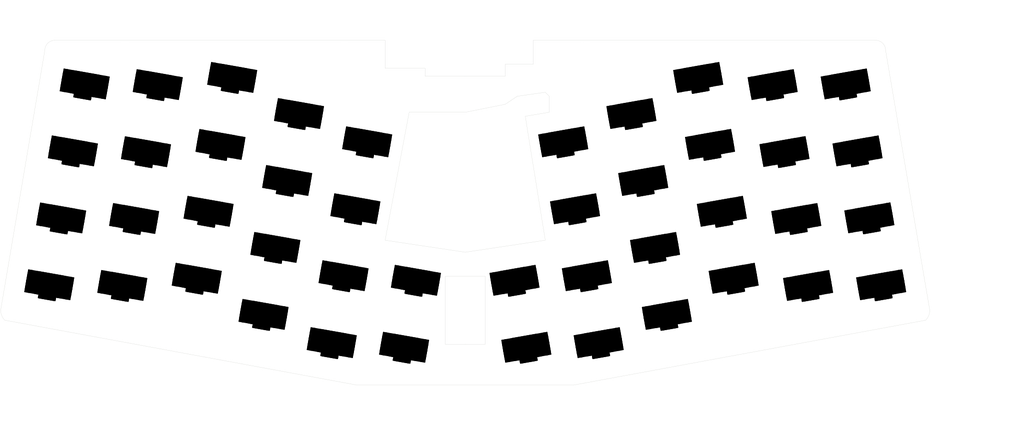
<source format=kicad_pcb>
(kicad_pcb (version 20171130) (host pcbnew "(5.1.10)-1")
  (layers (0 F.Cu signal) (31 B.Cu signal) (34 B.Paste user) (35 F.Paste user) (36 B.SilkS user) (37 F.SilkS user) (38 B.Mask user) (39 F.Mask user) (44 Edge.Cuts user))
  (net 0 "")
  (module MountingHole:MountingHole_3.2mm_M3 (layer F.Cu) (at 150 75)
    (fp_text reference H10 hide)
    (fp_text value MountingHole)
    (pad 1 np_thru_hole circle (at 0 0) (size 3.2 3.2) (drill 3.2) (layers *.Cu *.Mask))
  )
  (module MountingHole:MountingHole_3.2mm_M3 (layer F.Cu) (at 180 62.5)
    (fp_text reference H9 hide)
    (fp_text value MountingHole)
    (pad 1 np_thru_hole circle (at 0 0) (size 3.2 3.2) (drill 3.2) (layers *.Cu *.Mask))
  )
  (module MountingHole:MountingHole_3.2mm_M3 (layer F.Cu) (at 120 62.5)
    (fp_text reference H8 hide)
    (fp_text value MountingHole)
    (pad 1 np_thru_hole circle (at 0 0) (size 3.2 3.2) (drill 3.2) (layers *.Cu *.Mask))
  )
  (module MountingHole:MountingHole_3.2mm_M3 (layer F.Cu) (at 235 62.5)
    (fp_text reference H7 hide)
    (fp_text value MountingHole)
    (pad 1 np_thru_hole circle (at 0 0) (size 3.2 3.2) (drill 3.2) (layers *.Cu *.Mask))
  )
  (module MountingHole:MountingHole_3.2mm_M3 (layer F.Cu) (at 65 62.5)
    (fp_text reference H6 hide)
    (fp_text value MountingHole)
    (pad 1 np_thru_hole circle (at 0 0) (size 3.2 3.2) (drill 3.2) (layers *.Cu *.Mask))
  )
  (module MountingHole:MountingHole_3.2mm_M3 (layer F.Cu) (at 150 142.5)
    (fp_text reference H5 hide)
    (fp_text value MountingHole)
    (pad 1 np_thru_hole circle (at 0 0) (size 3.2 3.2) (drill 3.2) (layers *.Cu *.Mask))
  )
  (module MountingHole:MountingHole_3.2mm_M3 (layer F.Cu) (at 245 130)
    (fp_text reference H4 hide)
    (fp_text value MountingHole)
    (pad 1 np_thru_hole circle (at 0 0) (size 3.2 3.2) (drill 3.2) (layers *.Cu *.Mask))
  )
  (module MountingHole:MountingHole_3.2mm_M3 (layer F.Cu) (at 195 140)
    (fp_text reference H3 hide)
    (fp_text value MountingHole)
    (pad 1 np_thru_hole circle (at 0 0) (size 3.2 3.2) (drill 3.2) (layers *.Cu *.Mask))
  )
  (module MountingHole:MountingHole_3.2mm_M3 (layer F.Cu) (at 105 140)
    (fp_text reference H2 hide)
    (fp_text value MountingHole)
    (pad 1 np_thru_hole circle (at 0 0) (size 3.2 3.2) (drill 3.2) (layers *.Cu *.Mask))
  )
  (module MountingHole:MountingHole_3.2mm_M3 (layer F.Cu) (at 55 130)
    (fp_text reference H1 hide)
    (fp_text value MountingHole)
    (pad 1 np_thru_hole circle (at 0 0) (size 3.2 3.2) (drill 3.2) (layers *.Cu *.Mask))
  )
  (module pg1232:pg1232-D-midplate (layer F.Cu) (at 55.71337 66.626686 350)
    (fp_text reference U1 hide)
    (fp_text value diode-choc)
    (pad "" np_thru_hole circle (at -5.3 -0.4 350) (size 1.7 1.7) (drill 1.7) (layers *.Cu *.Mask))
    (pad "" np_thru_hole circle (at 5.3 -0.4 350) (size 1.7 1.7) (drill 1.7) (layers *.Cu *.Mask))
    (pad "" np_thru_hole circle (at -4.58 9.45 350) (size 1.7 1.7) (drill 1.7) (layers *.Cu *.Mask))
    (pad "" np_thru_hole circle (at 2 9.75 350) (size 1.7 1.7) (drill 1.7) (layers *.Cu *.Mask))
    (pad "" np_thru_hole oval (at 0 4.35 350) (size 11.7 5.8) (drill oval 11.7 5.8) (layers *.Mask))
    (pad "" np_thru_hole oval (at 0 1.6 350) (size 11.7 0.3) (drill oval 11.7 0.3) (layers *.Mask))
    (pad "" np_thru_hole oval (at -2.1 7.6 80) (size 1.1 0.3) (drill oval 1.1 0.3) (layers *.Mask))
    (pad "" np_thru_hole oval (at 5.7 4.35 80) (size 5.8 0.3) (drill oval 5.8 0.3) (layers *.Mask))
    (pad "" np_thru_hole oval (at 2.1 7.6 80) (size 1.1 0.3) (drill oval 1.1 0.3) (layers *.Mask))
    (pad "" np_thru_hole oval (at 0 7.1 350) (size 11.7 0.3) (drill oval 11.7 0.3) (layers *.Mask))
    (pad "" np_thru_hole oval (at 0 8 350) (size 4.5 0.3) (drill oval 4.5 0.3) (layers *.Mask))
    (pad "" np_thru_hole oval (at -4.85 4.35 350) (size 2 5.8) (drill oval 2 5.8) (layers *.Mask))
    (pad "" np_thru_hole oval (at 0 7.65 350) (size 4.5 1) (drill oval 4.5 1) (layers *.Mask))
    (pad "" np_thru_hole oval (at 4.85 4.35 350) (size 2 5.8) (drill oval 2 5.8) (layers *.Mask))
    (pad "" np_thru_hole oval (at -5.7 4.35 80) (size 5.8 0.3) (drill oval 5.8 0.3) (layers *.Mask))
  )
  (module pg1232:pg1232-D-midplate (layer F.Cu) (at 52.76127 83.368486 350)
    (fp_text reference U12 hide)
    (fp_text value diode-choc)
    (pad "" np_thru_hole circle (at -5.3 -0.4 350) (size 1.7 1.7) (drill 1.7) (layers *.Cu *.Mask))
    (pad "" np_thru_hole circle (at 5.3 -0.4 350) (size 1.7 1.7) (drill 1.7) (layers *.Cu *.Mask))
    (pad "" np_thru_hole circle (at -4.58 9.45 350) (size 1.7 1.7) (drill 1.7) (layers *.Cu *.Mask))
    (pad "" np_thru_hole circle (at 2 9.75 350) (size 1.7 1.7) (drill 1.7) (layers *.Cu *.Mask))
    (pad "" np_thru_hole oval (at 0 4.35 350) (size 11.7 5.8) (drill oval 11.7 5.8) (layers *.Mask))
    (pad "" np_thru_hole oval (at 0 1.6 350) (size 11.7 0.3) (drill oval 11.7 0.3) (layers *.Mask))
    (pad "" np_thru_hole oval (at -2.1 7.6 80) (size 1.1 0.3) (drill oval 1.1 0.3) (layers *.Mask))
    (pad "" np_thru_hole oval (at 5.7 4.35 80) (size 5.8 0.3) (drill oval 5.8 0.3) (layers *.Mask))
    (pad "" np_thru_hole oval (at 2.1 7.6 80) (size 1.1 0.3) (drill oval 1.1 0.3) (layers *.Mask))
    (pad "" np_thru_hole oval (at 0 7.1 350) (size 11.7 0.3) (drill oval 11.7 0.3) (layers *.Mask))
    (pad "" np_thru_hole oval (at 0 8 350) (size 4.5 0.3) (drill oval 4.5 0.3) (layers *.Mask))
    (pad "" np_thru_hole oval (at -4.85 4.35 350) (size 2 5.8) (drill oval 2 5.8) (layers *.Mask))
    (pad "" np_thru_hole oval (at 0 7.65 350) (size 4.5 1) (drill oval 4.5 1) (layers *.Mask))
    (pad "" np_thru_hole oval (at 4.85 4.35 350) (size 2 5.8) (drill oval 2 5.8) (layers *.Mask))
    (pad "" np_thru_hole oval (at -5.7 4.35 80) (size 5.8 0.3) (drill oval 5.8 0.3) (layers *.Mask))
  )
  (module pg1232:pg1232-D-midplate (layer F.Cu) (at 73.96077 66.797986 350)
    (fp_text reference U2 hide)
    (fp_text value diode-choc)
    (pad "" np_thru_hole circle (at -5.3 -0.4 350) (size 1.7 1.7) (drill 1.7) (layers *.Cu *.Mask))
    (pad "" np_thru_hole circle (at 5.3 -0.4 350) (size 1.7 1.7) (drill 1.7) (layers *.Cu *.Mask))
    (pad "" np_thru_hole circle (at -4.58 9.45 350) (size 1.7 1.7) (drill 1.7) (layers *.Cu *.Mask))
    (pad "" np_thru_hole circle (at 2 9.75 350) (size 1.7 1.7) (drill 1.7) (layers *.Cu *.Mask))
    (pad "" np_thru_hole oval (at 0 4.35 350) (size 11.7 5.8) (drill oval 11.7 5.8) (layers *.Mask))
    (pad "" np_thru_hole oval (at 0 1.6 350) (size 11.7 0.3) (drill oval 11.7 0.3) (layers *.Mask))
    (pad "" np_thru_hole oval (at -2.1 7.6 80) (size 1.1 0.3) (drill oval 1.1 0.3) (layers *.Mask))
    (pad "" np_thru_hole oval (at 5.7 4.35 80) (size 5.8 0.3) (drill oval 5.8 0.3) (layers *.Mask))
    (pad "" np_thru_hole oval (at 2.1 7.6 80) (size 1.1 0.3) (drill oval 1.1 0.3) (layers *.Mask))
    (pad "" np_thru_hole oval (at 0 7.1 350) (size 11.7 0.3) (drill oval 11.7 0.3) (layers *.Mask))
    (pad "" np_thru_hole oval (at 0 8 350) (size 4.5 0.3) (drill oval 4.5 0.3) (layers *.Mask))
    (pad "" np_thru_hole oval (at -4.85 4.35 350) (size 2 5.8) (drill oval 2 5.8) (layers *.Mask))
    (pad "" np_thru_hole oval (at 0 7.65 350) (size 4.5 1) (drill oval 4.5 1) (layers *.Mask))
    (pad "" np_thru_hole oval (at 4.85 4.35 350) (size 2 5.8) (drill oval 2 5.8) (layers *.Mask))
    (pad "" np_thru_hole oval (at -5.7 4.35 80) (size 5.8 0.3) (drill oval 5.8 0.3) (layers *.Mask))
  )
  (module pg1232:pg1232-D-midplate (layer F.Cu) (at 92.55557 64.999586 350)
    (fp_text reference U3 hide)
    (fp_text value diode-choc)
    (pad "" np_thru_hole circle (at -5.3 -0.4 350) (size 1.7 1.7) (drill 1.7) (layers *.Cu *.Mask))
    (pad "" np_thru_hole circle (at 5.3 -0.4 350) (size 1.7 1.7) (drill 1.7) (layers *.Cu *.Mask))
    (pad "" np_thru_hole circle (at -4.58 9.45 350) (size 1.7 1.7) (drill 1.7) (layers *.Cu *.Mask))
    (pad "" np_thru_hole circle (at 2 9.75 350) (size 1.7 1.7) (drill 1.7) (layers *.Cu *.Mask))
    (pad "" np_thru_hole oval (at 0 4.35 350) (size 11.7 5.8) (drill oval 11.7 5.8) (layers *.Mask))
    (pad "" np_thru_hole oval (at 0 1.6 350) (size 11.7 0.3) (drill oval 11.7 0.3) (layers *.Mask))
    (pad "" np_thru_hole oval (at -2.1 7.6 80) (size 1.1 0.3) (drill oval 1.1 0.3) (layers *.Mask))
    (pad "" np_thru_hole oval (at 5.7 4.35 80) (size 5.8 0.3) (drill oval 5.8 0.3) (layers *.Mask))
    (pad "" np_thru_hole oval (at 2.1 7.6 80) (size 1.1 0.3) (drill oval 1.1 0.3) (layers *.Mask))
    (pad "" np_thru_hole oval (at 0 7.1 350) (size 11.7 0.3) (drill oval 11.7 0.3) (layers *.Mask))
    (pad "" np_thru_hole oval (at 0 8 350) (size 4.5 0.3) (drill oval 4.5 0.3) (layers *.Mask))
    (pad "" np_thru_hole oval (at -4.85 4.35 350) (size 2 5.8) (drill oval 2 5.8) (layers *.Mask))
    (pad "" np_thru_hole oval (at 0 7.65 350) (size 4.5 1) (drill oval 4.5 1) (layers *.Mask))
    (pad "" np_thru_hole oval (at 4.85 4.35 350) (size 2 5.8) (drill oval 2 5.8) (layers *.Mask))
    (pad "" np_thru_hole oval (at -5.7 4.35 80) (size 5.8 0.3) (drill oval 5.8 0.3) (layers *.Mask))
  )
  (module pg1232:pg1232-D-midplate (layer F.Cu) (at 109.24037 74.034086 350)
    (fp_text reference U4 hide)
    (fp_text value diode-choc)
    (pad "" np_thru_hole circle (at -5.3 -0.4 350) (size 1.7 1.7) (drill 1.7) (layers *.Cu *.Mask))
    (pad "" np_thru_hole circle (at 5.3 -0.4 350) (size 1.7 1.7) (drill 1.7) (layers *.Cu *.Mask))
    (pad "" np_thru_hole circle (at -4.58 9.45 350) (size 1.7 1.7) (drill 1.7) (layers *.Cu *.Mask))
    (pad "" np_thru_hole circle (at 2 9.75 350) (size 1.7 1.7) (drill 1.7) (layers *.Cu *.Mask))
    (pad "" np_thru_hole oval (at 0 4.35 350) (size 11.7 5.8) (drill oval 11.7 5.8) (layers *.Mask))
    (pad "" np_thru_hole oval (at 0 1.6 350) (size 11.7 0.3) (drill oval 11.7 0.3) (layers *.Mask))
    (pad "" np_thru_hole oval (at -2.1 7.6 80) (size 1.1 0.3) (drill oval 1.1 0.3) (layers *.Mask))
    (pad "" np_thru_hole oval (at 5.7 4.35 80) (size 5.8 0.3) (drill oval 5.8 0.3) (layers *.Mask))
    (pad "" np_thru_hole oval (at 2.1 7.6 80) (size 1.1 0.3) (drill oval 1.1 0.3) (layers *.Mask))
    (pad "" np_thru_hole oval (at 0 7.1 350) (size 11.7 0.3) (drill oval 11.7 0.3) (layers *.Mask))
    (pad "" np_thru_hole oval (at 0 8 350) (size 4.5 0.3) (drill oval 4.5 0.3) (layers *.Mask))
    (pad "" np_thru_hole oval (at -4.85 4.35 350) (size 2 5.8) (drill oval 2 5.8) (layers *.Mask))
    (pad "" np_thru_hole oval (at 0 7.65 350) (size 4.5 1) (drill oval 4.5 1) (layers *.Mask))
    (pad "" np_thru_hole oval (at 4.85 4.35 350) (size 2 5.8) (drill oval 2 5.8) (layers *.Mask))
    (pad "" np_thru_hole oval (at -5.7 4.35 80) (size 5.8 0.3) (drill oval 5.8 0.3) (layers *.Mask))
  )
  (module pg1232:pg1232-D-midplate (layer F.Cu) (at 126.27237 81.098986 350)
    (fp_text reference U5 hide)
    (fp_text value diode-choc)
    (pad "" np_thru_hole circle (at -5.3 -0.4 350) (size 1.7 1.7) (drill 1.7) (layers *.Cu *.Mask))
    (pad "" np_thru_hole circle (at 5.3 -0.4 350) (size 1.7 1.7) (drill 1.7) (layers *.Cu *.Mask))
    (pad "" np_thru_hole circle (at -4.58 9.45 350) (size 1.7 1.7) (drill 1.7) (layers *.Cu *.Mask))
    (pad "" np_thru_hole circle (at 2 9.75 350) (size 1.7 1.7) (drill 1.7) (layers *.Cu *.Mask))
    (pad "" np_thru_hole oval (at 0 4.35 350) (size 11.7 5.8) (drill oval 11.7 5.8) (layers *.Mask))
    (pad "" np_thru_hole oval (at 0 1.6 350) (size 11.7 0.3) (drill oval 11.7 0.3) (layers *.Mask))
    (pad "" np_thru_hole oval (at -2.1 7.6 80) (size 1.1 0.3) (drill oval 1.1 0.3) (layers *.Mask))
    (pad "" np_thru_hole oval (at 5.7 4.35 80) (size 5.8 0.3) (drill oval 5.8 0.3) (layers *.Mask))
    (pad "" np_thru_hole oval (at 2.1 7.6 80) (size 1.1 0.3) (drill oval 1.1 0.3) (layers *.Mask))
    (pad "" np_thru_hole oval (at 0 7.1 350) (size 11.7 0.3) (drill oval 11.7 0.3) (layers *.Mask))
    (pad "" np_thru_hole oval (at 0 8 350) (size 4.5 0.3) (drill oval 4.5 0.3) (layers *.Mask))
    (pad "" np_thru_hole oval (at -4.85 4.35 350) (size 2 5.8) (drill oval 2 5.8) (layers *.Mask))
    (pad "" np_thru_hole oval (at 0 7.65 350) (size 4.5 1) (drill oval 4.5 1) (layers *.Mask))
    (pad "" np_thru_hole oval (at 4.85 4.35 350) (size 2 5.8) (drill oval 2 5.8) (layers *.Mask))
    (pad "" np_thru_hole oval (at -5.7 4.35 80) (size 5.8 0.3) (drill oval 5.8 0.3) (layers *.Mask))
  )
  (module pg1232:pg1232-D-midplate (layer F.Cu) (at 138.44237 115.738086 350)
    (fp_text reference U6 hide)
    (fp_text value diode-choc)
    (pad "" np_thru_hole circle (at -5.3 -0.4 350) (size 1.7 1.7) (drill 1.7) (layers *.Cu *.Mask))
    (pad "" np_thru_hole circle (at 5.3 -0.4 350) (size 1.7 1.7) (drill 1.7) (layers *.Cu *.Mask))
    (pad "" np_thru_hole circle (at -4.58 9.45 350) (size 1.7 1.7) (drill 1.7) (layers *.Cu *.Mask))
    (pad "" np_thru_hole circle (at 2 9.75 350) (size 1.7 1.7) (drill 1.7) (layers *.Cu *.Mask))
    (pad "" np_thru_hole oval (at 0 4.35 350) (size 11.7 5.8) (drill oval 11.7 5.8) (layers *.Mask))
    (pad "" np_thru_hole oval (at 0 1.6 350) (size 11.7 0.3) (drill oval 11.7 0.3) (layers *.Mask))
    (pad "" np_thru_hole oval (at -2.1 7.6 80) (size 1.1 0.3) (drill oval 1.1 0.3) (layers *.Mask))
    (pad "" np_thru_hole oval (at 5.7 4.35 80) (size 5.8 0.3) (drill oval 5.8 0.3) (layers *.Mask))
    (pad "" np_thru_hole oval (at 2.1 7.6 80) (size 1.1 0.3) (drill oval 1.1 0.3) (layers *.Mask))
    (pad "" np_thru_hole oval (at 0 7.1 350) (size 11.7 0.3) (drill oval 11.7 0.3) (layers *.Mask))
    (pad "" np_thru_hole oval (at 0 8 350) (size 4.5 0.3) (drill oval 4.5 0.3) (layers *.Mask))
    (pad "" np_thru_hole oval (at -4.85 4.35 350) (size 2 5.8) (drill oval 2 5.8) (layers *.Mask))
    (pad "" np_thru_hole oval (at 0 7.65 350) (size 4.5 1) (drill oval 4.5 1) (layers *.Mask))
    (pad "" np_thru_hole oval (at 4.85 4.35 350) (size 2 5.8) (drill oval 2 5.8) (layers *.Mask))
    (pad "" np_thru_hole oval (at -5.7 4.35 80) (size 5.8 0.3) (drill oval 5.8 0.3) (layers *.Mask))
  )
  (module pg1232:pg1232-D-midplate (layer F.Cu) (at 173.72763 81.098986 10)
    (fp_text reference U7 hide)
    (fp_text value diode-choc)
    (pad "" np_thru_hole circle (at -5.3 -0.4 10) (size 1.7 1.7) (drill 1.7) (layers *.Cu *.Mask))
    (pad "" np_thru_hole circle (at 5.3 -0.4 10) (size 1.7 1.7) (drill 1.7) (layers *.Cu *.Mask))
    (pad "" np_thru_hole circle (at -4.58 9.45 10) (size 1.7 1.7) (drill 1.7) (layers *.Cu *.Mask))
    (pad "" np_thru_hole circle (at 2 9.75 10) (size 1.7 1.7) (drill 1.7) (layers *.Cu *.Mask))
    (pad "" np_thru_hole oval (at 0 4.35 10) (size 11.7 5.8) (drill oval 11.7 5.8) (layers *.Mask))
    (pad "" np_thru_hole oval (at 0 1.6 10) (size 11.7 0.3) (drill oval 11.7 0.3) (layers *.Mask))
    (pad "" np_thru_hole oval (at -2.1 7.6 100) (size 1.1 0.3) (drill oval 1.1 0.3) (layers *.Mask))
    (pad "" np_thru_hole oval (at 5.7 4.35 100) (size 5.8 0.3) (drill oval 5.8 0.3) (layers *.Mask))
    (pad "" np_thru_hole oval (at 2.1 7.6 100) (size 1.1 0.3) (drill oval 1.1 0.3) (layers *.Mask))
    (pad "" np_thru_hole oval (at 0 7.1 10) (size 11.7 0.3) (drill oval 11.7 0.3) (layers *.Mask))
    (pad "" np_thru_hole oval (at 0 8 10) (size 4.5 0.3) (drill oval 4.5 0.3) (layers *.Mask))
    (pad "" np_thru_hole oval (at -4.85 4.35 10) (size 2 5.8) (drill oval 2 5.8) (layers *.Mask))
    (pad "" np_thru_hole oval (at 0 7.65 10) (size 4.5 1) (drill oval 4.5 1) (layers *.Mask))
    (pad "" np_thru_hole oval (at 4.85 4.35 10) (size 2 5.8) (drill oval 2 5.8) (layers *.Mask))
    (pad "" np_thru_hole oval (at -5.7 4.35 100) (size 5.8 0.3) (drill oval 5.8 0.3) (layers *.Mask))
  )
  (module pg1232:pg1232-D-midplate (layer F.Cu) (at 190.75963 74.034086 10)
    (fp_text reference U8 hide)
    (fp_text value diode-choc)
    (pad "" np_thru_hole circle (at -5.3 -0.4 10) (size 1.7 1.7) (drill 1.7) (layers *.Cu *.Mask))
    (pad "" np_thru_hole circle (at 5.3 -0.4 10) (size 1.7 1.7) (drill 1.7) (layers *.Cu *.Mask))
    (pad "" np_thru_hole circle (at -4.58 9.45 10) (size 1.7 1.7) (drill 1.7) (layers *.Cu *.Mask))
    (pad "" np_thru_hole circle (at 2 9.75 10) (size 1.7 1.7) (drill 1.7) (layers *.Cu *.Mask))
    (pad "" np_thru_hole oval (at 0 4.35 10) (size 11.7 5.8) (drill oval 11.7 5.8) (layers *.Mask))
    (pad "" np_thru_hole oval (at 0 1.6 10) (size 11.7 0.3) (drill oval 11.7 0.3) (layers *.Mask))
    (pad "" np_thru_hole oval (at -2.1 7.6 100) (size 1.1 0.3) (drill oval 1.1 0.3) (layers *.Mask))
    (pad "" np_thru_hole oval (at 5.7 4.35 100) (size 5.8 0.3) (drill oval 5.8 0.3) (layers *.Mask))
    (pad "" np_thru_hole oval (at 2.1 7.6 100) (size 1.1 0.3) (drill oval 1.1 0.3) (layers *.Mask))
    (pad "" np_thru_hole oval (at 0 7.1 10) (size 11.7 0.3) (drill oval 11.7 0.3) (layers *.Mask))
    (pad "" np_thru_hole oval (at 0 8 10) (size 4.5 0.3) (drill oval 4.5 0.3) (layers *.Mask))
    (pad "" np_thru_hole oval (at -4.85 4.35 10) (size 2 5.8) (drill oval 2 5.8) (layers *.Mask))
    (pad "" np_thru_hole oval (at 0 7.65 10) (size 4.5 1) (drill oval 4.5 1) (layers *.Mask))
    (pad "" np_thru_hole oval (at 4.85 4.35 10) (size 2 5.8) (drill oval 2 5.8) (layers *.Mask))
    (pad "" np_thru_hole oval (at -5.7 4.35 100) (size 5.8 0.3) (drill oval 5.8 0.3) (layers *.Mask))
  )
  (module pg1232:pg1232-D-midplate (layer F.Cu) (at 207.44463 64.999586 10)
    (fp_text reference U9 hide)
    (fp_text value diode-choc)
    (pad "" np_thru_hole circle (at -5.3 -0.4 10) (size 1.7 1.7) (drill 1.7) (layers *.Cu *.Mask))
    (pad "" np_thru_hole circle (at 5.3 -0.4 10) (size 1.7 1.7) (drill 1.7) (layers *.Cu *.Mask))
    (pad "" np_thru_hole circle (at -4.58 9.45 10) (size 1.7 1.7) (drill 1.7) (layers *.Cu *.Mask))
    (pad "" np_thru_hole circle (at 2 9.75 10) (size 1.7 1.7) (drill 1.7) (layers *.Cu *.Mask))
    (pad "" np_thru_hole oval (at 0 4.35 10) (size 11.7 5.8) (drill oval 11.7 5.8) (layers *.Mask))
    (pad "" np_thru_hole oval (at 0 1.6 10) (size 11.7 0.3) (drill oval 11.7 0.3) (layers *.Mask))
    (pad "" np_thru_hole oval (at -2.1 7.6 100) (size 1.1 0.3) (drill oval 1.1 0.3) (layers *.Mask))
    (pad "" np_thru_hole oval (at 5.7 4.35 100) (size 5.8 0.3) (drill oval 5.8 0.3) (layers *.Mask))
    (pad "" np_thru_hole oval (at 2.1 7.6 100) (size 1.1 0.3) (drill oval 1.1 0.3) (layers *.Mask))
    (pad "" np_thru_hole oval (at 0 7.1 10) (size 11.7 0.3) (drill oval 11.7 0.3) (layers *.Mask))
    (pad "" np_thru_hole oval (at 0 8 10) (size 4.5 0.3) (drill oval 4.5 0.3) (layers *.Mask))
    (pad "" np_thru_hole oval (at -4.85 4.35 10) (size 2 5.8) (drill oval 2 5.8) (layers *.Mask))
    (pad "" np_thru_hole oval (at 0 7.65 10) (size 4.5 1) (drill oval 4.5 1) (layers *.Mask))
    (pad "" np_thru_hole oval (at 4.85 4.35 10) (size 2 5.8) (drill oval 2 5.8) (layers *.Mask))
    (pad "" np_thru_hole oval (at -5.7 4.35 100) (size 5.8 0.3) (drill oval 5.8 0.3) (layers *.Mask))
  )
  (module pg1232:pg1232-D-midplate (layer F.Cu) (at 226.03963 66.797986 10)
    (fp_text reference U10 hide)
    (fp_text value diode-choc)
    (pad "" np_thru_hole circle (at -5.3 -0.4 10) (size 1.7 1.7) (drill 1.7) (layers *.Cu *.Mask))
    (pad "" np_thru_hole circle (at 5.3 -0.4 10) (size 1.7 1.7) (drill 1.7) (layers *.Cu *.Mask))
    (pad "" np_thru_hole circle (at -4.58 9.45 10) (size 1.7 1.7) (drill 1.7) (layers *.Cu *.Mask))
    (pad "" np_thru_hole circle (at 2 9.75 10) (size 1.7 1.7) (drill 1.7) (layers *.Cu *.Mask))
    (pad "" np_thru_hole oval (at 0 4.35 10) (size 11.7 5.8) (drill oval 11.7 5.8) (layers *.Mask))
    (pad "" np_thru_hole oval (at 0 1.6 10) (size 11.7 0.3) (drill oval 11.7 0.3) (layers *.Mask))
    (pad "" np_thru_hole oval (at -2.1 7.6 100) (size 1.1 0.3) (drill oval 1.1 0.3) (layers *.Mask))
    (pad "" np_thru_hole oval (at 5.7 4.35 100) (size 5.8 0.3) (drill oval 5.8 0.3) (layers *.Mask))
    (pad "" np_thru_hole oval (at 2.1 7.6 100) (size 1.1 0.3) (drill oval 1.1 0.3) (layers *.Mask))
    (pad "" np_thru_hole oval (at 0 7.1 10) (size 11.7 0.3) (drill oval 11.7 0.3) (layers *.Mask))
    (pad "" np_thru_hole oval (at 0 8 10) (size 4.5 0.3) (drill oval 4.5 0.3) (layers *.Mask))
    (pad "" np_thru_hole oval (at -4.85 4.35 10) (size 2 5.8) (drill oval 2 5.8) (layers *.Mask))
    (pad "" np_thru_hole oval (at 0 7.65 10) (size 4.5 1) (drill oval 4.5 1) (layers *.Mask))
    (pad "" np_thru_hole oval (at 4.85 4.35 10) (size 2 5.8) (drill oval 2 5.8) (layers *.Mask))
    (pad "" np_thru_hole oval (at -5.7 4.35 100) (size 5.8 0.3) (drill oval 5.8 0.3) (layers *.Mask))
  )
  (module pg1232:pg1232-D-midplate (layer F.Cu) (at 244.28663 66.626686 10)
    (fp_text reference U11 hide)
    (fp_text value diode-choc)
    (pad "" np_thru_hole circle (at -5.3 -0.4 10) (size 1.7 1.7) (drill 1.7) (layers *.Cu *.Mask))
    (pad "" np_thru_hole circle (at 5.3 -0.4 10) (size 1.7 1.7) (drill 1.7) (layers *.Cu *.Mask))
    (pad "" np_thru_hole circle (at -4.58 9.45 10) (size 1.7 1.7) (drill 1.7) (layers *.Cu *.Mask))
    (pad "" np_thru_hole circle (at 2 9.75 10) (size 1.7 1.7) (drill 1.7) (layers *.Cu *.Mask))
    (pad "" np_thru_hole oval (at 0 4.35 10) (size 11.7 5.8) (drill oval 11.7 5.8) (layers *.Mask))
    (pad "" np_thru_hole oval (at 0 1.6 10) (size 11.7 0.3) (drill oval 11.7 0.3) (layers *.Mask))
    (pad "" np_thru_hole oval (at -2.1 7.6 100) (size 1.1 0.3) (drill oval 1.1 0.3) (layers *.Mask))
    (pad "" np_thru_hole oval (at 5.7 4.35 100) (size 5.8 0.3) (drill oval 5.8 0.3) (layers *.Mask))
    (pad "" np_thru_hole oval (at 2.1 7.6 100) (size 1.1 0.3) (drill oval 1.1 0.3) (layers *.Mask))
    (pad "" np_thru_hole oval (at 0 7.1 10) (size 11.7 0.3) (drill oval 11.7 0.3) (layers *.Mask))
    (pad "" np_thru_hole oval (at 0 8 10) (size 4.5 0.3) (drill oval 4.5 0.3) (layers *.Mask))
    (pad "" np_thru_hole oval (at -4.85 4.35 10) (size 2 5.8) (drill oval 2 5.8) (layers *.Mask))
    (pad "" np_thru_hole oval (at 0 7.65 10) (size 4.5 1) (drill oval 4.5 1) (layers *.Mask))
    (pad "" np_thru_hole oval (at 4.85 4.35 10) (size 2 5.8) (drill oval 2 5.8) (layers *.Mask))
    (pad "" np_thru_hole oval (at -5.7 4.35 100) (size 5.8 0.3) (drill oval 5.8 0.3) (layers *.Mask))
  )
  (module pg1232:pg1232-D-midplate (layer F.Cu) (at 71.018907 83.573885 350)
    (fp_text reference U13 hide)
    (fp_text value diode-choc)
    (pad "" np_thru_hole circle (at -5.3 -0.4 350) (size 1.7 1.7) (drill 1.7) (layers *.Cu *.Mask))
    (pad "" np_thru_hole circle (at 5.3 -0.4 350) (size 1.7 1.7) (drill 1.7) (layers *.Cu *.Mask))
    (pad "" np_thru_hole circle (at -4.58 9.45 350) (size 1.7 1.7) (drill 1.7) (layers *.Cu *.Mask))
    (pad "" np_thru_hole circle (at 2 9.75 350) (size 1.7 1.7) (drill 1.7) (layers *.Cu *.Mask))
    (pad "" np_thru_hole oval (at 0 4.35 350) (size 11.7 5.8) (drill oval 11.7 5.8) (layers *.Mask))
    (pad "" np_thru_hole oval (at 0 1.6 350) (size 11.7 0.3) (drill oval 11.7 0.3) (layers *.Mask))
    (pad "" np_thru_hole oval (at -2.1 7.6 80) (size 1.1 0.3) (drill oval 1.1 0.3) (layers *.Mask))
    (pad "" np_thru_hole oval (at 5.7 4.35 80) (size 5.8 0.3) (drill oval 5.8 0.3) (layers *.Mask))
    (pad "" np_thru_hole oval (at 2.1 7.6 80) (size 1.1 0.3) (drill oval 1.1 0.3) (layers *.Mask))
    (pad "" np_thru_hole oval (at 0 7.1 350) (size 11.7 0.3) (drill oval 11.7 0.3) (layers *.Mask))
    (pad "" np_thru_hole oval (at 0 8 350) (size 4.5 0.3) (drill oval 4.5 0.3) (layers *.Mask))
    (pad "" np_thru_hole oval (at -4.85 4.35 350) (size 2 5.8) (drill oval 2 5.8) (layers *.Mask))
    (pad "" np_thru_hole oval (at 0 7.65 350) (size 4.5 1) (drill oval 4.5 1) (layers *.Mask))
    (pad "" np_thru_hole oval (at 4.85 4.35 350) (size 2 5.8) (drill oval 2 5.8) (layers *.Mask))
    (pad "" np_thru_hole oval (at -5.7 4.35 80) (size 5.8 0.3) (drill oval 5.8 0.3) (layers *.Mask))
  )
  (module pg1232:pg1232-D-midplate (layer F.Cu) (at 89.624413 81.762576 350)
    (fp_text reference U14 hide)
    (fp_text value diode-choc)
    (pad "" np_thru_hole circle (at -5.3 -0.4 350) (size 1.7 1.7) (drill 1.7) (layers *.Cu *.Mask))
    (pad "" np_thru_hole circle (at 5.3 -0.4 350) (size 1.7 1.7) (drill 1.7) (layers *.Cu *.Mask))
    (pad "" np_thru_hole circle (at -4.58 9.45 350) (size 1.7 1.7) (drill 1.7) (layers *.Cu *.Mask))
    (pad "" np_thru_hole circle (at 2 9.75 350) (size 1.7 1.7) (drill 1.7) (layers *.Cu *.Mask))
    (pad "" np_thru_hole oval (at 0 4.35 350) (size 11.7 5.8) (drill oval 11.7 5.8) (layers *.Mask))
    (pad "" np_thru_hole oval (at 0 1.6 350) (size 11.7 0.3) (drill oval 11.7 0.3) (layers *.Mask))
    (pad "" np_thru_hole oval (at -2.1 7.6 80) (size 1.1 0.3) (drill oval 1.1 0.3) (layers *.Mask))
    (pad "" np_thru_hole oval (at 5.7 4.35 80) (size 5.8 0.3) (drill oval 5.8 0.3) (layers *.Mask))
    (pad "" np_thru_hole oval (at 2.1 7.6 80) (size 1.1 0.3) (drill oval 1.1 0.3) (layers *.Mask))
    (pad "" np_thru_hole oval (at 0 7.1 350) (size 11.7 0.3) (drill oval 11.7 0.3) (layers *.Mask))
    (pad "" np_thru_hole oval (at 0 8 350) (size 4.5 0.3) (drill oval 4.5 0.3) (layers *.Mask))
    (pad "" np_thru_hole oval (at -4.85 4.35 350) (size 2 5.8) (drill oval 2 5.8) (layers *.Mask))
    (pad "" np_thru_hole oval (at 0 7.65 350) (size 4.5 1) (drill oval 4.5 1) (layers *.Mask))
    (pad "" np_thru_hole oval (at 4.85 4.35 350) (size 2 5.8) (drill oval 2 5.8) (layers *.Mask))
    (pad "" np_thru_hole oval (at -5.7 4.35 80) (size 5.8 0.3) (drill oval 5.8 0.3) (layers *.Mask))
  )
  (module pg1232:pg1232-D-midplate (layer F.Cu) (at 106.28837 90.775886 350)
    (fp_text reference U15 hide)
    (fp_text value diode-choc)
    (pad "" np_thru_hole circle (at -5.3 -0.4 350) (size 1.7 1.7) (drill 1.7) (layers *.Cu *.Mask))
    (pad "" np_thru_hole circle (at 5.3 -0.4 350) (size 1.7 1.7) (drill 1.7) (layers *.Cu *.Mask))
    (pad "" np_thru_hole circle (at -4.58 9.45 350) (size 1.7 1.7) (drill 1.7) (layers *.Cu *.Mask))
    (pad "" np_thru_hole circle (at 2 9.75 350) (size 1.7 1.7) (drill 1.7) (layers *.Cu *.Mask))
    (pad "" np_thru_hole oval (at 0 4.35 350) (size 11.7 5.8) (drill oval 11.7 5.8) (layers *.Mask))
    (pad "" np_thru_hole oval (at 0 1.6 350) (size 11.7 0.3) (drill oval 11.7 0.3) (layers *.Mask))
    (pad "" np_thru_hole oval (at -2.1 7.6 80) (size 1.1 0.3) (drill oval 1.1 0.3) (layers *.Mask))
    (pad "" np_thru_hole oval (at 5.7 4.35 80) (size 5.8 0.3) (drill oval 5.8 0.3) (layers *.Mask))
    (pad "" np_thru_hole oval (at 2.1 7.6 80) (size 1.1 0.3) (drill oval 1.1 0.3) (layers *.Mask))
    (pad "" np_thru_hole oval (at 0 7.1 350) (size 11.7 0.3) (drill oval 11.7 0.3) (layers *.Mask))
    (pad "" np_thru_hole oval (at 0 8 350) (size 4.5 0.3) (drill oval 4.5 0.3) (layers *.Mask))
    (pad "" np_thru_hole oval (at -4.85 4.35 350) (size 2 5.8) (drill oval 2 5.8) (layers *.Mask))
    (pad "" np_thru_hole oval (at 0 7.65 350) (size 4.5 1) (drill oval 4.5 1) (layers *.Mask))
    (pad "" np_thru_hole oval (at 4.85 4.35 350) (size 2 5.8) (drill oval 2 5.8) (layers *.Mask))
    (pad "" np_thru_hole oval (at -5.7 4.35 80) (size 5.8 0.3) (drill oval 5.8 0.3) (layers *.Mask))
  )
  (module pg1232:pg1232-D-midplate (layer F.Cu) (at 123.32037 97.841086 350)
    (fp_text reference U16 hide)
    (fp_text value diode-choc)
    (pad "" np_thru_hole circle (at -5.3 -0.4 350) (size 1.7 1.7) (drill 1.7) (layers *.Cu *.Mask))
    (pad "" np_thru_hole circle (at 5.3 -0.4 350) (size 1.7 1.7) (drill 1.7) (layers *.Cu *.Mask))
    (pad "" np_thru_hole circle (at -4.58 9.45 350) (size 1.7 1.7) (drill 1.7) (layers *.Cu *.Mask))
    (pad "" np_thru_hole circle (at 2 9.75 350) (size 1.7 1.7) (drill 1.7) (layers *.Cu *.Mask))
    (pad "" np_thru_hole oval (at 0 4.35 350) (size 11.7 5.8) (drill oval 11.7 5.8) (layers *.Mask))
    (pad "" np_thru_hole oval (at 0 1.6 350) (size 11.7 0.3) (drill oval 11.7 0.3) (layers *.Mask))
    (pad "" np_thru_hole oval (at -2.1 7.6 80) (size 1.1 0.3) (drill oval 1.1 0.3) (layers *.Mask))
    (pad "" np_thru_hole oval (at 5.7 4.35 80) (size 5.8 0.3) (drill oval 5.8 0.3) (layers *.Mask))
    (pad "" np_thru_hole oval (at 2.1 7.6 80) (size 1.1 0.3) (drill oval 1.1 0.3) (layers *.Mask))
    (pad "" np_thru_hole oval (at 0 7.1 350) (size 11.7 0.3) (drill oval 11.7 0.3) (layers *.Mask))
    (pad "" np_thru_hole oval (at 0 8 350) (size 4.5 0.3) (drill oval 4.5 0.3) (layers *.Mask))
    (pad "" np_thru_hole oval (at -4.85 4.35 350) (size 2 5.8) (drill oval 2 5.8) (layers *.Mask))
    (pad "" np_thru_hole oval (at 0 7.65 350) (size 4.5 1) (drill oval 4.5 1) (layers *.Mask))
    (pad "" np_thru_hole oval (at 4.85 4.35 350) (size 2 5.8) (drill oval 2 5.8) (layers *.Mask))
    (pad "" np_thru_hole oval (at -5.7 4.35 80) (size 5.8 0.3) (drill oval 5.8 0.3) (layers *.Mask))
  )
  (module pg1232:pg1232-D-midplate (layer F.Cu) (at 135.49037 132.480086 350)
    (fp_text reference U17 hide)
    (fp_text value diode-choc)
    (pad "" np_thru_hole circle (at -5.3 -0.4 350) (size 1.7 1.7) (drill 1.7) (layers *.Cu *.Mask))
    (pad "" np_thru_hole circle (at 5.3 -0.4 350) (size 1.7 1.7) (drill 1.7) (layers *.Cu *.Mask))
    (pad "" np_thru_hole circle (at -4.58 9.45 350) (size 1.7 1.7) (drill 1.7) (layers *.Cu *.Mask))
    (pad "" np_thru_hole circle (at 2 9.75 350) (size 1.7 1.7) (drill 1.7) (layers *.Cu *.Mask))
    (pad "" np_thru_hole oval (at 0 4.35 350) (size 11.7 5.8) (drill oval 11.7 5.8) (layers *.Mask))
    (pad "" np_thru_hole oval (at 0 1.6 350) (size 11.7 0.3) (drill oval 11.7 0.3) (layers *.Mask))
    (pad "" np_thru_hole oval (at -2.1 7.6 80) (size 1.1 0.3) (drill oval 1.1 0.3) (layers *.Mask))
    (pad "" np_thru_hole oval (at 5.7 4.35 80) (size 5.8 0.3) (drill oval 5.8 0.3) (layers *.Mask))
    (pad "" np_thru_hole oval (at 2.1 7.6 80) (size 1.1 0.3) (drill oval 1.1 0.3) (layers *.Mask))
    (pad "" np_thru_hole oval (at 0 7.1 350) (size 11.7 0.3) (drill oval 11.7 0.3) (layers *.Mask))
    (pad "" np_thru_hole oval (at 0 8 350) (size 4.5 0.3) (drill oval 4.5 0.3) (layers *.Mask))
    (pad "" np_thru_hole oval (at -4.85 4.35 350) (size 2 5.8) (drill oval 2 5.8) (layers *.Mask))
    (pad "" np_thru_hole oval (at 0 7.65 350) (size 4.5 1) (drill oval 4.5 1) (layers *.Mask))
    (pad "" np_thru_hole oval (at 4.85 4.35 350) (size 2 5.8) (drill oval 2 5.8) (layers *.Mask))
    (pad "" np_thru_hole oval (at -5.7 4.35 80) (size 5.8 0.3) (drill oval 5.8 0.3) (layers *.Mask))
  )
  (module pg1232:pg1232-D-midplate (layer F.Cu) (at 176.67963 97.841086 10)
    (fp_text reference U18 hide)
    (fp_text value diode-choc)
    (pad "" np_thru_hole circle (at -5.3 -0.4 10) (size 1.7 1.7) (drill 1.7) (layers *.Cu *.Mask))
    (pad "" np_thru_hole circle (at 5.3 -0.4 10) (size 1.7 1.7) (drill 1.7) (layers *.Cu *.Mask))
    (pad "" np_thru_hole circle (at -4.58 9.45 10) (size 1.7 1.7) (drill 1.7) (layers *.Cu *.Mask))
    (pad "" np_thru_hole circle (at 2 9.75 10) (size 1.7 1.7) (drill 1.7) (layers *.Cu *.Mask))
    (pad "" np_thru_hole oval (at 0 4.35 10) (size 11.7 5.8) (drill oval 11.7 5.8) (layers *.Mask))
    (pad "" np_thru_hole oval (at 0 1.6 10) (size 11.7 0.3) (drill oval 11.7 0.3) (layers *.Mask))
    (pad "" np_thru_hole oval (at -2.1 7.6 100) (size 1.1 0.3) (drill oval 1.1 0.3) (layers *.Mask))
    (pad "" np_thru_hole oval (at 5.7 4.35 100) (size 5.8 0.3) (drill oval 5.8 0.3) (layers *.Mask))
    (pad "" np_thru_hole oval (at 2.1 7.6 100) (size 1.1 0.3) (drill oval 1.1 0.3) (layers *.Mask))
    (pad "" np_thru_hole oval (at 0 7.1 10) (size 11.7 0.3) (drill oval 11.7 0.3) (layers *.Mask))
    (pad "" np_thru_hole oval (at 0 8 10) (size 4.5 0.3) (drill oval 4.5 0.3) (layers *.Mask))
    (pad "" np_thru_hole oval (at -4.85 4.35 10) (size 2 5.8) (drill oval 2 5.8) (layers *.Mask))
    (pad "" np_thru_hole oval (at 0 7.65 10) (size 4.5 1) (drill oval 4.5 1) (layers *.Mask))
    (pad "" np_thru_hole oval (at 4.85 4.35 10) (size 2 5.8) (drill oval 2 5.8) (layers *.Mask))
    (pad "" np_thru_hole oval (at -5.7 4.35 100) (size 5.8 0.3) (drill oval 5.8 0.3) (layers *.Mask))
  )
  (module pg1232:pg1232-D-midplate (layer F.Cu) (at 193.71163 90.775886 10)
    (fp_text reference U19 hide)
    (fp_text value diode-choc)
    (pad "" np_thru_hole circle (at -5.3 -0.4 10) (size 1.7 1.7) (drill 1.7) (layers *.Cu *.Mask))
    (pad "" np_thru_hole circle (at 5.3 -0.4 10) (size 1.7 1.7) (drill 1.7) (layers *.Cu *.Mask))
    (pad "" np_thru_hole circle (at -4.58 9.45 10) (size 1.7 1.7) (drill 1.7) (layers *.Cu *.Mask))
    (pad "" np_thru_hole circle (at 2 9.75 10) (size 1.7 1.7) (drill 1.7) (layers *.Cu *.Mask))
    (pad "" np_thru_hole oval (at 0 4.35 10) (size 11.7 5.8) (drill oval 11.7 5.8) (layers *.Mask))
    (pad "" np_thru_hole oval (at 0 1.6 10) (size 11.7 0.3) (drill oval 11.7 0.3) (layers *.Mask))
    (pad "" np_thru_hole oval (at -2.1 7.6 100) (size 1.1 0.3) (drill oval 1.1 0.3) (layers *.Mask))
    (pad "" np_thru_hole oval (at 5.7 4.35 100) (size 5.8 0.3) (drill oval 5.8 0.3) (layers *.Mask))
    (pad "" np_thru_hole oval (at 2.1 7.6 100) (size 1.1 0.3) (drill oval 1.1 0.3) (layers *.Mask))
    (pad "" np_thru_hole oval (at 0 7.1 10) (size 11.7 0.3) (drill oval 11.7 0.3) (layers *.Mask))
    (pad "" np_thru_hole oval (at 0 8 10) (size 4.5 0.3) (drill oval 4.5 0.3) (layers *.Mask))
    (pad "" np_thru_hole oval (at -4.85 4.35 10) (size 2 5.8) (drill oval 2 5.8) (layers *.Mask))
    (pad "" np_thru_hole oval (at 0 7.65 10) (size 4.5 1) (drill oval 4.5 1) (layers *.Mask))
    (pad "" np_thru_hole oval (at 4.85 4.35 10) (size 2 5.8) (drill oval 2 5.8) (layers *.Mask))
    (pad "" np_thru_hole oval (at -5.7 4.35 100) (size 5.8 0.3) (drill oval 5.8 0.3) (layers *.Mask))
  )
  (module pg1232:pg1232-D-midplate (layer F.Cu) (at 210.39663 81.741386 10)
    (fp_text reference U20 hide)
    (fp_text value diode-choc)
    (pad "" np_thru_hole circle (at -5.3 -0.4 10) (size 1.7 1.7) (drill 1.7) (layers *.Cu *.Mask))
    (pad "" np_thru_hole circle (at 5.3 -0.4 10) (size 1.7 1.7) (drill 1.7) (layers *.Cu *.Mask))
    (pad "" np_thru_hole circle (at -4.58 9.45 10) (size 1.7 1.7) (drill 1.7) (layers *.Cu *.Mask))
    (pad "" np_thru_hole circle (at 2 9.75 10) (size 1.7 1.7) (drill 1.7) (layers *.Cu *.Mask))
    (pad "" np_thru_hole oval (at 0 4.35 10) (size 11.7 5.8) (drill oval 11.7 5.8) (layers *.Mask))
    (pad "" np_thru_hole oval (at 0 1.6 10) (size 11.7 0.3) (drill oval 11.7 0.3) (layers *.Mask))
    (pad "" np_thru_hole oval (at -2.1 7.6 100) (size 1.1 0.3) (drill oval 1.1 0.3) (layers *.Mask))
    (pad "" np_thru_hole oval (at 5.7 4.35 100) (size 5.8 0.3) (drill oval 5.8 0.3) (layers *.Mask))
    (pad "" np_thru_hole oval (at 2.1 7.6 100) (size 1.1 0.3) (drill oval 1.1 0.3) (layers *.Mask))
    (pad "" np_thru_hole oval (at 0 7.1 10) (size 11.7 0.3) (drill oval 11.7 0.3) (layers *.Mask))
    (pad "" np_thru_hole oval (at 0 8 10) (size 4.5 0.3) (drill oval 4.5 0.3) (layers *.Mask))
    (pad "" np_thru_hole oval (at -4.85 4.35 10) (size 2 5.8) (drill oval 2 5.8) (layers *.Mask))
    (pad "" np_thru_hole oval (at 0 7.65 10) (size 4.5 1) (drill oval 4.5 1) (layers *.Mask))
    (pad "" np_thru_hole oval (at 4.85 4.35 10) (size 2 5.8) (drill oval 2 5.8) (layers *.Mask))
    (pad "" np_thru_hole oval (at -5.7 4.35 100) (size 5.8 0.3) (drill oval 5.8 0.3) (layers *.Mask))
  )
  (module pg1232:pg1232-D-midplate (layer F.Cu) (at 228.99163 83.539686 10)
    (fp_text reference U21 hide)
    (fp_text value diode-choc)
    (pad "" np_thru_hole circle (at -5.3 -0.4 10) (size 1.7 1.7) (drill 1.7) (layers *.Cu *.Mask))
    (pad "" np_thru_hole circle (at 5.3 -0.4 10) (size 1.7 1.7) (drill 1.7) (layers *.Cu *.Mask))
    (pad "" np_thru_hole circle (at -4.58 9.45 10) (size 1.7 1.7) (drill 1.7) (layers *.Cu *.Mask))
    (pad "" np_thru_hole circle (at 2 9.75 10) (size 1.7 1.7) (drill 1.7) (layers *.Cu *.Mask))
    (pad "" np_thru_hole oval (at 0 4.35 10) (size 11.7 5.8) (drill oval 11.7 5.8) (layers *.Mask))
    (pad "" np_thru_hole oval (at 0 1.6 10) (size 11.7 0.3) (drill oval 11.7 0.3) (layers *.Mask))
    (pad "" np_thru_hole oval (at -2.1 7.6 100) (size 1.1 0.3) (drill oval 1.1 0.3) (layers *.Mask))
    (pad "" np_thru_hole oval (at 5.7 4.35 100) (size 5.8 0.3) (drill oval 5.8 0.3) (layers *.Mask))
    (pad "" np_thru_hole oval (at 2.1 7.6 100) (size 1.1 0.3) (drill oval 1.1 0.3) (layers *.Mask))
    (pad "" np_thru_hole oval (at 0 7.1 10) (size 11.7 0.3) (drill oval 11.7 0.3) (layers *.Mask))
    (pad "" np_thru_hole oval (at 0 8 10) (size 4.5 0.3) (drill oval 4.5 0.3) (layers *.Mask))
    (pad "" np_thru_hole oval (at -4.85 4.35 10) (size 2 5.8) (drill oval 2 5.8) (layers *.Mask))
    (pad "" np_thru_hole oval (at 0 7.65 10) (size 4.5 1) (drill oval 4.5 1) (layers *.Mask))
    (pad "" np_thru_hole oval (at 4.85 4.35 10) (size 2 5.8) (drill oval 2 5.8) (layers *.Mask))
    (pad "" np_thru_hole oval (at -5.7 4.35 100) (size 5.8 0.3) (drill oval 5.8 0.3) (layers *.Mask))
  )
  (module pg1232:pg1232-D-midplate (layer F.Cu) (at 247.23863 83.368486 10)
    (fp_text reference U22 hide)
    (fp_text value diode-choc)
    (pad "" np_thru_hole circle (at -5.3 -0.4 10) (size 1.7 1.7) (drill 1.7) (layers *.Cu *.Mask))
    (pad "" np_thru_hole circle (at 5.3 -0.4 10) (size 1.7 1.7) (drill 1.7) (layers *.Cu *.Mask))
    (pad "" np_thru_hole circle (at -4.58 9.45 10) (size 1.7 1.7) (drill 1.7) (layers *.Cu *.Mask))
    (pad "" np_thru_hole circle (at 2 9.75 10) (size 1.7 1.7) (drill 1.7) (layers *.Cu *.Mask))
    (pad "" np_thru_hole oval (at 0 4.35 10) (size 11.7 5.8) (drill oval 11.7 5.8) (layers *.Mask))
    (pad "" np_thru_hole oval (at 0 1.6 10) (size 11.7 0.3) (drill oval 11.7 0.3) (layers *.Mask))
    (pad "" np_thru_hole oval (at -2.1 7.6 100) (size 1.1 0.3) (drill oval 1.1 0.3) (layers *.Mask))
    (pad "" np_thru_hole oval (at 5.7 4.35 100) (size 5.8 0.3) (drill oval 5.8 0.3) (layers *.Mask))
    (pad "" np_thru_hole oval (at 2.1 7.6 100) (size 1.1 0.3) (drill oval 1.1 0.3) (layers *.Mask))
    (pad "" np_thru_hole oval (at 0 7.1 10) (size 11.7 0.3) (drill oval 11.7 0.3) (layers *.Mask))
    (pad "" np_thru_hole oval (at 0 8 10) (size 4.5 0.3) (drill oval 4.5 0.3) (layers *.Mask))
    (pad "" np_thru_hole oval (at -4.85 4.35 10) (size 2 5.8) (drill oval 2 5.8) (layers *.Mask))
    (pad "" np_thru_hole oval (at 0 7.65 10) (size 4.5 1) (drill oval 4.5 1) (layers *.Mask))
    (pad "" np_thru_hole oval (at 4.85 4.35 10) (size 2 5.8) (drill oval 2 5.8) (layers *.Mask))
    (pad "" np_thru_hole oval (at -5.7 4.35 100) (size 5.8 0.3) (drill oval 5.8 0.3) (layers *.Mask))
  )
  (module pg1232:pg1232-D-midplate (layer F.Cu) (at 49.833205 100.141561 350)
    (fp_text reference U23 hide)
    (fp_text value diode-choc)
    (pad "" np_thru_hole circle (at -5.3 -0.4 350) (size 1.7 1.7) (drill 1.7) (layers *.Cu *.Mask))
    (pad "" np_thru_hole circle (at 5.3 -0.4 350) (size 1.7 1.7) (drill 1.7) (layers *.Cu *.Mask))
    (pad "" np_thru_hole circle (at -4.58 9.45 350) (size 1.7 1.7) (drill 1.7) (layers *.Cu *.Mask))
    (pad "" np_thru_hole circle (at 2 9.75 350) (size 1.7 1.7) (drill 1.7) (layers *.Cu *.Mask))
    (pad "" np_thru_hole oval (at 0 4.35 350) (size 11.7 5.8) (drill oval 11.7 5.8) (layers *.Mask))
    (pad "" np_thru_hole oval (at 0 1.6 350) (size 11.7 0.3) (drill oval 11.7 0.3) (layers *.Mask))
    (pad "" np_thru_hole oval (at -2.1 7.6 80) (size 1.1 0.3) (drill oval 1.1 0.3) (layers *.Mask))
    (pad "" np_thru_hole oval (at 5.7 4.35 80) (size 5.8 0.3) (drill oval 5.8 0.3) (layers *.Mask))
    (pad "" np_thru_hole oval (at 2.1 7.6 80) (size 1.1 0.3) (drill oval 1.1 0.3) (layers *.Mask))
    (pad "" np_thru_hole oval (at 0 7.1 350) (size 11.7 0.3) (drill oval 11.7 0.3) (layers *.Mask))
    (pad "" np_thru_hole oval (at 0 8 350) (size 4.5 0.3) (drill oval 4.5 0.3) (layers *.Mask))
    (pad "" np_thru_hole oval (at -4.85 4.35 350) (size 2 5.8) (drill oval 2 5.8) (layers *.Mask))
    (pad "" np_thru_hole oval (at 0 7.65 350) (size 4.5 1) (drill oval 4.5 1) (layers *.Mask))
    (pad "" np_thru_hole oval (at 4.85 4.35 350) (size 2 5.8) (drill oval 2 5.8) (layers *.Mask))
    (pad "" np_thru_hole oval (at -5.7 4.35 80) (size 5.8 0.3) (drill oval 5.8 0.3) (layers *.Mask))
  )
  (module pg1232:pg1232-D-midplate (layer F.Cu) (at 68.05677 100.281086 350)
    (fp_text reference U24 hide)
    (fp_text value diode-choc)
    (pad "" np_thru_hole circle (at -5.3 -0.4 350) (size 1.7 1.7) (drill 1.7) (layers *.Cu *.Mask))
    (pad "" np_thru_hole circle (at 5.3 -0.4 350) (size 1.7 1.7) (drill 1.7) (layers *.Cu *.Mask))
    (pad "" np_thru_hole circle (at -4.58 9.45 350) (size 1.7 1.7) (drill 1.7) (layers *.Cu *.Mask))
    (pad "" np_thru_hole circle (at 2 9.75 350) (size 1.7 1.7) (drill 1.7) (layers *.Cu *.Mask))
    (pad "" np_thru_hole oval (at 0 4.35 350) (size 11.7 5.8) (drill oval 11.7 5.8) (layers *.Mask))
    (pad "" np_thru_hole oval (at 0 1.6 350) (size 11.7 0.3) (drill oval 11.7 0.3) (layers *.Mask))
    (pad "" np_thru_hole oval (at -2.1 7.6 80) (size 1.1 0.3) (drill oval 1.1 0.3) (layers *.Mask))
    (pad "" np_thru_hole oval (at 5.7 4.35 80) (size 5.8 0.3) (drill oval 5.8 0.3) (layers *.Mask))
    (pad "" np_thru_hole oval (at 2.1 7.6 80) (size 1.1 0.3) (drill oval 1.1 0.3) (layers *.Mask))
    (pad "" np_thru_hole oval (at 0 7.1 350) (size 11.7 0.3) (drill oval 11.7 0.3) (layers *.Mask))
    (pad "" np_thru_hole oval (at 0 8 350) (size 4.5 0.3) (drill oval 4.5 0.3) (layers *.Mask))
    (pad "" np_thru_hole oval (at -4.85 4.35 350) (size 2 5.8) (drill oval 2 5.8) (layers *.Mask))
    (pad "" np_thru_hole oval (at 0 7.65 350) (size 4.5 1) (drill oval 4.5 1) (layers *.Mask))
    (pad "" np_thru_hole oval (at 4.85 4.35 350) (size 2 5.8) (drill oval 2 5.8) (layers *.Mask))
    (pad "" np_thru_hole oval (at -5.7 4.35 80) (size 5.8 0.3) (drill oval 5.8 0.3) (layers *.Mask))
  )
  (module pg1232:pg1232-D-midplate (layer F.Cu) (at 86.65157 98.483086 350)
    (fp_text reference U25 hide)
    (fp_text value diode-choc)
    (pad "" np_thru_hole circle (at -5.3 -0.4 350) (size 1.7 1.7) (drill 1.7) (layers *.Cu *.Mask))
    (pad "" np_thru_hole circle (at 5.3 -0.4 350) (size 1.7 1.7) (drill 1.7) (layers *.Cu *.Mask))
    (pad "" np_thru_hole circle (at -4.58 9.45 350) (size 1.7 1.7) (drill 1.7) (layers *.Cu *.Mask))
    (pad "" np_thru_hole circle (at 2 9.75 350) (size 1.7 1.7) (drill 1.7) (layers *.Cu *.Mask))
    (pad "" np_thru_hole oval (at 0 4.35 350) (size 11.7 5.8) (drill oval 11.7 5.8) (layers *.Mask))
    (pad "" np_thru_hole oval (at 0 1.6 350) (size 11.7 0.3) (drill oval 11.7 0.3) (layers *.Mask))
    (pad "" np_thru_hole oval (at -2.1 7.6 80) (size 1.1 0.3) (drill oval 1.1 0.3) (layers *.Mask))
    (pad "" np_thru_hole oval (at 5.7 4.35 80) (size 5.8 0.3) (drill oval 5.8 0.3) (layers *.Mask))
    (pad "" np_thru_hole oval (at 2.1 7.6 80) (size 1.1 0.3) (drill oval 1.1 0.3) (layers *.Mask))
    (pad "" np_thru_hole oval (at 0 7.1 350) (size 11.7 0.3) (drill oval 11.7 0.3) (layers *.Mask))
    (pad "" np_thru_hole oval (at 0 8 350) (size 4.5 0.3) (drill oval 4.5 0.3) (layers *.Mask))
    (pad "" np_thru_hole oval (at -4.85 4.35 350) (size 2 5.8) (drill oval 2 5.8) (layers *.Mask))
    (pad "" np_thru_hole oval (at 0 7.65 350) (size 4.5 1) (drill oval 4.5 1) (layers *.Mask))
    (pad "" np_thru_hole oval (at 4.85 4.35 350) (size 2 5.8) (drill oval 2 5.8) (layers *.Mask))
    (pad "" np_thru_hole oval (at -5.7 4.35 80) (size 5.8 0.3) (drill oval 5.8 0.3) (layers *.Mask))
  )
  (module pg1232:pg1232-D-midplate (layer F.Cu) (at 103.33637 107.517086 350)
    (fp_text reference U26 hide)
    (fp_text value diode-choc)
    (pad "" np_thru_hole circle (at -5.3 -0.4 350) (size 1.7 1.7) (drill 1.7) (layers *.Cu *.Mask))
    (pad "" np_thru_hole circle (at 5.3 -0.4 350) (size 1.7 1.7) (drill 1.7) (layers *.Cu *.Mask))
    (pad "" np_thru_hole circle (at -4.58 9.45 350) (size 1.7 1.7) (drill 1.7) (layers *.Cu *.Mask))
    (pad "" np_thru_hole circle (at 2 9.75 350) (size 1.7 1.7) (drill 1.7) (layers *.Cu *.Mask))
    (pad "" np_thru_hole oval (at 0 4.35 350) (size 11.7 5.8) (drill oval 11.7 5.8) (layers *.Mask))
    (pad "" np_thru_hole oval (at 0 1.6 350) (size 11.7 0.3) (drill oval 11.7 0.3) (layers *.Mask))
    (pad "" np_thru_hole oval (at -2.1 7.6 80) (size 1.1 0.3) (drill oval 1.1 0.3) (layers *.Mask))
    (pad "" np_thru_hole oval (at 5.7 4.35 80) (size 5.8 0.3) (drill oval 5.8 0.3) (layers *.Mask))
    (pad "" np_thru_hole oval (at 2.1 7.6 80) (size 1.1 0.3) (drill oval 1.1 0.3) (layers *.Mask))
    (pad "" np_thru_hole oval (at 0 7.1 350) (size 11.7 0.3) (drill oval 11.7 0.3) (layers *.Mask))
    (pad "" np_thru_hole oval (at 0 8 350) (size 4.5 0.3) (drill oval 4.5 0.3) (layers *.Mask))
    (pad "" np_thru_hole oval (at -4.85 4.35 350) (size 2 5.8) (drill oval 2 5.8) (layers *.Mask))
    (pad "" np_thru_hole oval (at 0 7.65 350) (size 4.5 1) (drill oval 4.5 1) (layers *.Mask))
    (pad "" np_thru_hole oval (at 4.85 4.35 350) (size 2 5.8) (drill oval 2 5.8) (layers *.Mask))
    (pad "" np_thru_hole oval (at -5.7 4.35 80) (size 5.8 0.3) (drill oval 5.8 0.3) (layers *.Mask))
  )
  (module pg1232:pg1232-D-midplate (layer F.Cu) (at 120.36837 114.582086 350)
    (fp_text reference U27 hide)
    (fp_text value diode-choc)
    (pad "" np_thru_hole circle (at -5.3 -0.4 350) (size 1.7 1.7) (drill 1.7) (layers *.Cu *.Mask))
    (pad "" np_thru_hole circle (at 5.3 -0.4 350) (size 1.7 1.7) (drill 1.7) (layers *.Cu *.Mask))
    (pad "" np_thru_hole circle (at -4.58 9.45 350) (size 1.7 1.7) (drill 1.7) (layers *.Cu *.Mask))
    (pad "" np_thru_hole circle (at 2 9.75 350) (size 1.7 1.7) (drill 1.7) (layers *.Cu *.Mask))
    (pad "" np_thru_hole oval (at 0 4.35 350) (size 11.7 5.8) (drill oval 11.7 5.8) (layers *.Mask))
    (pad "" np_thru_hole oval (at 0 1.6 350) (size 11.7 0.3) (drill oval 11.7 0.3) (layers *.Mask))
    (pad "" np_thru_hole oval (at -2.1 7.6 80) (size 1.1 0.3) (drill oval 1.1 0.3) (layers *.Mask))
    (pad "" np_thru_hole oval (at 5.7 4.35 80) (size 5.8 0.3) (drill oval 5.8 0.3) (layers *.Mask))
    (pad "" np_thru_hole oval (at 2.1 7.6 80) (size 1.1 0.3) (drill oval 1.1 0.3) (layers *.Mask))
    (pad "" np_thru_hole oval (at 0 7.1 350) (size 11.7 0.3) (drill oval 11.7 0.3) (layers *.Mask))
    (pad "" np_thru_hole oval (at 0 8 350) (size 4.5 0.3) (drill oval 4.5 0.3) (layers *.Mask))
    (pad "" np_thru_hole oval (at -4.85 4.35 350) (size 2 5.8) (drill oval 2 5.8) (layers *.Mask))
    (pad "" np_thru_hole oval (at 0 7.65 350) (size 4.5 1) (drill oval 4.5 1) (layers *.Mask))
    (pad "" np_thru_hole oval (at 4.85 4.35 350) (size 2 5.8) (drill oval 2 5.8) (layers *.Mask))
    (pad "" np_thru_hole oval (at -5.7 4.35 80) (size 5.8 0.3) (drill oval 5.8 0.3) (layers *.Mask))
  )
  (module pg1232:pg1232-D-midplate (layer F.Cu) (at 46.85727 116.852086 350)
    (fp_text reference U34 hide)
    (fp_text value diode-choc)
    (pad "" np_thru_hole circle (at -5.3 -0.4 350) (size 1.7 1.7) (drill 1.7) (layers *.Cu *.Mask))
    (pad "" np_thru_hole circle (at 5.3 -0.4 350) (size 1.7 1.7) (drill 1.7) (layers *.Cu *.Mask))
    (pad "" np_thru_hole circle (at -4.58 9.45 350) (size 1.7 1.7) (drill 1.7) (layers *.Cu *.Mask))
    (pad "" np_thru_hole circle (at 2 9.75 350) (size 1.7 1.7) (drill 1.7) (layers *.Cu *.Mask))
    (pad "" np_thru_hole oval (at 0 4.35 350) (size 11.7 5.8) (drill oval 11.7 5.8) (layers *.Mask))
    (pad "" np_thru_hole oval (at 0 1.6 350) (size 11.7 0.3) (drill oval 11.7 0.3) (layers *.Mask))
    (pad "" np_thru_hole oval (at -2.1 7.6 80) (size 1.1 0.3) (drill oval 1.1 0.3) (layers *.Mask))
    (pad "" np_thru_hole oval (at 5.7 4.35 80) (size 5.8 0.3) (drill oval 5.8 0.3) (layers *.Mask))
    (pad "" np_thru_hole oval (at 2.1 7.6 80) (size 1.1 0.3) (drill oval 1.1 0.3) (layers *.Mask))
    (pad "" np_thru_hole oval (at 0 7.1 350) (size 11.7 0.3) (drill oval 11.7 0.3) (layers *.Mask))
    (pad "" np_thru_hole oval (at 0 8 350) (size 4.5 0.3) (drill oval 4.5 0.3) (layers *.Mask))
    (pad "" np_thru_hole oval (at -4.85 4.35 350) (size 2 5.8) (drill oval 2 5.8) (layers *.Mask))
    (pad "" np_thru_hole oval (at 0 7.65 350) (size 4.5 1) (drill oval 4.5 1) (layers *.Mask))
    (pad "" np_thru_hole oval (at 4.85 4.35 350) (size 2 5.8) (drill oval 2 5.8) (layers *.Mask))
    (pad "" np_thru_hole oval (at -5.7 4.35 80) (size 5.8 0.3) (drill oval 5.8 0.3) (layers *.Mask))
  )
  (module pg1232:pg1232-D-midplate (layer F.Cu) (at 65.10477 117.023086 350)
    (fp_text reference U35 hide)
    (fp_text value diode-choc)
    (pad "" np_thru_hole circle (at -5.3 -0.4 350) (size 1.7 1.7) (drill 1.7) (layers *.Cu *.Mask))
    (pad "" np_thru_hole circle (at 5.3 -0.4 350) (size 1.7 1.7) (drill 1.7) (layers *.Cu *.Mask))
    (pad "" np_thru_hole circle (at -4.58 9.45 350) (size 1.7 1.7) (drill 1.7) (layers *.Cu *.Mask))
    (pad "" np_thru_hole circle (at 2 9.75 350) (size 1.7 1.7) (drill 1.7) (layers *.Cu *.Mask))
    (pad "" np_thru_hole oval (at 0 4.35 350) (size 11.7 5.8) (drill oval 11.7 5.8) (layers *.Mask))
    (pad "" np_thru_hole oval (at 0 1.6 350) (size 11.7 0.3) (drill oval 11.7 0.3) (layers *.Mask))
    (pad "" np_thru_hole oval (at -2.1 7.6 80) (size 1.1 0.3) (drill oval 1.1 0.3) (layers *.Mask))
    (pad "" np_thru_hole oval (at 5.7 4.35 80) (size 5.8 0.3) (drill oval 5.8 0.3) (layers *.Mask))
    (pad "" np_thru_hole oval (at 2.1 7.6 80) (size 1.1 0.3) (drill oval 1.1 0.3) (layers *.Mask))
    (pad "" np_thru_hole oval (at 0 7.1 350) (size 11.7 0.3) (drill oval 11.7 0.3) (layers *.Mask))
    (pad "" np_thru_hole oval (at 0 8 350) (size 4.5 0.3) (drill oval 4.5 0.3) (layers *.Mask))
    (pad "" np_thru_hole oval (at -4.85 4.35 350) (size 2 5.8) (drill oval 2 5.8) (layers *.Mask))
    (pad "" np_thru_hole oval (at 0 7.65 350) (size 4.5 1) (drill oval 4.5 1) (layers *.Mask))
    (pad "" np_thru_hole oval (at 4.85 4.35 350) (size 2 5.8) (drill oval 2 5.8) (layers *.Mask))
    (pad "" np_thru_hole oval (at -5.7 4.35 80) (size 5.8 0.3) (drill oval 5.8 0.3) (layers *.Mask))
  )
  (module pg1232:pg1232-D-midplate (layer F.Cu) (at 83.69957 115.225086 350)
    (fp_text reference U36 hide)
    (fp_text value diode-choc)
    (pad "" np_thru_hole circle (at -5.3 -0.4 350) (size 1.7 1.7) (drill 1.7) (layers *.Cu *.Mask))
    (pad "" np_thru_hole circle (at 5.3 -0.4 350) (size 1.7 1.7) (drill 1.7) (layers *.Cu *.Mask))
    (pad "" np_thru_hole circle (at -4.58 9.45 350) (size 1.7 1.7) (drill 1.7) (layers *.Cu *.Mask))
    (pad "" np_thru_hole circle (at 2 9.75 350) (size 1.7 1.7) (drill 1.7) (layers *.Cu *.Mask))
    (pad "" np_thru_hole oval (at 0 4.35 350) (size 11.7 5.8) (drill oval 11.7 5.8) (layers *.Mask))
    (pad "" np_thru_hole oval (at 0 1.6 350) (size 11.7 0.3) (drill oval 11.7 0.3) (layers *.Mask))
    (pad "" np_thru_hole oval (at -2.1 7.6 80) (size 1.1 0.3) (drill oval 1.1 0.3) (layers *.Mask))
    (pad "" np_thru_hole oval (at 5.7 4.35 80) (size 5.8 0.3) (drill oval 5.8 0.3) (layers *.Mask))
    (pad "" np_thru_hole oval (at 2.1 7.6 80) (size 1.1 0.3) (drill oval 1.1 0.3) (layers *.Mask))
    (pad "" np_thru_hole oval (at 0 7.1 350) (size 11.7 0.3) (drill oval 11.7 0.3) (layers *.Mask))
    (pad "" np_thru_hole oval (at 0 8 350) (size 4.5 0.3) (drill oval 4.5 0.3) (layers *.Mask))
    (pad "" np_thru_hole oval (at -4.85 4.35 350) (size 2 5.8) (drill oval 2 5.8) (layers *.Mask))
    (pad "" np_thru_hole oval (at 0 7.65 350) (size 4.5 1) (drill oval 4.5 1) (layers *.Mask))
    (pad "" np_thru_hole oval (at 4.85 4.35 350) (size 2 5.8) (drill oval 2 5.8) (layers *.Mask))
    (pad "" np_thru_hole oval (at -5.7 4.35 80) (size 5.8 0.3) (drill oval 5.8 0.3) (layers *.Mask))
  )
  (module pg1232:pg1232-D-midplate (layer F.Cu) (at 100.38417 124.259086 350)
    (fp_text reference U37 hide)
    (fp_text value diode-choc)
    (pad "" np_thru_hole circle (at -5.3 -0.4 350) (size 1.7 1.7) (drill 1.7) (layers *.Cu *.Mask))
    (pad "" np_thru_hole circle (at 5.3 -0.4 350) (size 1.7 1.7) (drill 1.7) (layers *.Cu *.Mask))
    (pad "" np_thru_hole circle (at -4.58 9.45 350) (size 1.7 1.7) (drill 1.7) (layers *.Cu *.Mask))
    (pad "" np_thru_hole circle (at 2 9.75 350) (size 1.7 1.7) (drill 1.7) (layers *.Cu *.Mask))
    (pad "" np_thru_hole oval (at 0 4.35 350) (size 11.7 5.8) (drill oval 11.7 5.8) (layers *.Mask))
    (pad "" np_thru_hole oval (at 0 1.6 350) (size 11.7 0.3) (drill oval 11.7 0.3) (layers *.Mask))
    (pad "" np_thru_hole oval (at -2.1 7.6 80) (size 1.1 0.3) (drill oval 1.1 0.3) (layers *.Mask))
    (pad "" np_thru_hole oval (at 5.7 4.35 80) (size 5.8 0.3) (drill oval 5.8 0.3) (layers *.Mask))
    (pad "" np_thru_hole oval (at 2.1 7.6 80) (size 1.1 0.3) (drill oval 1.1 0.3) (layers *.Mask))
    (pad "" np_thru_hole oval (at 0 7.1 350) (size 11.7 0.3) (drill oval 11.7 0.3) (layers *.Mask))
    (pad "" np_thru_hole oval (at 0 8 350) (size 4.5 0.3) (drill oval 4.5 0.3) (layers *.Mask))
    (pad "" np_thru_hole oval (at -4.85 4.35 350) (size 2 5.8) (drill oval 2 5.8) (layers *.Mask))
    (pad "" np_thru_hole oval (at 0 7.65 350) (size 4.5 1) (drill oval 4.5 1) (layers *.Mask))
    (pad "" np_thru_hole oval (at 4.85 4.35 350) (size 2 5.8) (drill oval 2 5.8) (layers *.Mask))
    (pad "" np_thru_hole oval (at -5.7 4.35 80) (size 5.8 0.3) (drill oval 5.8 0.3) (layers *.Mask))
  )
  (module pg1232:pg1232-D-midplate (layer F.Cu) (at 117.41637 131.324086 350)
    (fp_text reference U38 hide)
    (fp_text value diode-choc)
    (pad "" np_thru_hole circle (at -5.3 -0.4 350) (size 1.7 1.7) (drill 1.7) (layers *.Cu *.Mask))
    (pad "" np_thru_hole circle (at 5.3 -0.4 350) (size 1.7 1.7) (drill 1.7) (layers *.Cu *.Mask))
    (pad "" np_thru_hole circle (at -4.58 9.45 350) (size 1.7 1.7) (drill 1.7) (layers *.Cu *.Mask))
    (pad "" np_thru_hole circle (at 2 9.75 350) (size 1.7 1.7) (drill 1.7) (layers *.Cu *.Mask))
    (pad "" np_thru_hole oval (at 0 4.35 350) (size 11.7 5.8) (drill oval 11.7 5.8) (layers *.Mask))
    (pad "" np_thru_hole oval (at 0 1.6 350) (size 11.7 0.3) (drill oval 11.7 0.3) (layers *.Mask))
    (pad "" np_thru_hole oval (at -2.1 7.6 80) (size 1.1 0.3) (drill oval 1.1 0.3) (layers *.Mask))
    (pad "" np_thru_hole oval (at 5.7 4.35 80) (size 5.8 0.3) (drill oval 5.8 0.3) (layers *.Mask))
    (pad "" np_thru_hole oval (at 2.1 7.6 80) (size 1.1 0.3) (drill oval 1.1 0.3) (layers *.Mask))
    (pad "" np_thru_hole oval (at 0 7.1 350) (size 11.7 0.3) (drill oval 11.7 0.3) (layers *.Mask))
    (pad "" np_thru_hole oval (at 0 8 350) (size 4.5 0.3) (drill oval 4.5 0.3) (layers *.Mask))
    (pad "" np_thru_hole oval (at -4.85 4.35 350) (size 2 5.8) (drill oval 2 5.8) (layers *.Mask))
    (pad "" np_thru_hole oval (at 0 7.65 350) (size 4.5 1) (drill oval 4.5 1) (layers *.Mask))
    (pad "" np_thru_hole oval (at 4.85 4.35 350) (size 2 5.8) (drill oval 2 5.8) (layers *.Mask))
    (pad "" np_thru_hole oval (at -5.7 4.35 80) (size 5.8 0.3) (drill oval 5.8 0.3) (layers *.Mask))
  )
  (module pg1232:pg1232-D-midplate (layer F.Cu) (at 161.55763 115.738086 10)
    (fp_text reference U28 hide)
    (fp_text value diode-choc)
    (pad "" np_thru_hole circle (at -5.3 -0.4 10) (size 1.7 1.7) (drill 1.7) (layers *.Cu *.Mask))
    (pad "" np_thru_hole circle (at 5.3 -0.4 10) (size 1.7 1.7) (drill 1.7) (layers *.Cu *.Mask))
    (pad "" np_thru_hole circle (at -4.58 9.45 10) (size 1.7 1.7) (drill 1.7) (layers *.Cu *.Mask))
    (pad "" np_thru_hole circle (at 2 9.75 10) (size 1.7 1.7) (drill 1.7) (layers *.Cu *.Mask))
    (pad "" np_thru_hole oval (at 0 4.35 10) (size 11.7 5.8) (drill oval 11.7 5.8) (layers *.Mask))
    (pad "" np_thru_hole oval (at 0 1.6 10) (size 11.7 0.3) (drill oval 11.7 0.3) (layers *.Mask))
    (pad "" np_thru_hole oval (at -2.1 7.6 100) (size 1.1 0.3) (drill oval 1.1 0.3) (layers *.Mask))
    (pad "" np_thru_hole oval (at 5.7 4.35 100) (size 5.8 0.3) (drill oval 5.8 0.3) (layers *.Mask))
    (pad "" np_thru_hole oval (at 2.1 7.6 100) (size 1.1 0.3) (drill oval 1.1 0.3) (layers *.Mask))
    (pad "" np_thru_hole oval (at 0 7.1 10) (size 11.7 0.3) (drill oval 11.7 0.3) (layers *.Mask))
    (pad "" np_thru_hole oval (at 0 8 10) (size 4.5 0.3) (drill oval 4.5 0.3) (layers *.Mask))
    (pad "" np_thru_hole oval (at -4.85 4.35 10) (size 2 5.8) (drill oval 2 5.8) (layers *.Mask))
    (pad "" np_thru_hole oval (at 0 7.65 10) (size 4.5 1) (drill oval 4.5 1) (layers *.Mask))
    (pad "" np_thru_hole oval (at 4.85 4.35 10) (size 2 5.8) (drill oval 2 5.8) (layers *.Mask))
    (pad "" np_thru_hole oval (at -5.7 4.35 100) (size 5.8 0.3) (drill oval 5.8 0.3) (layers *.Mask))
  )
  (module pg1232:pg1232-D-midplate (layer F.Cu) (at 179.63163 114.582086 10)
    (fp_text reference U29 hide)
    (fp_text value diode-choc)
    (pad "" np_thru_hole circle (at -5.3 -0.4 10) (size 1.7 1.7) (drill 1.7) (layers *.Cu *.Mask))
    (pad "" np_thru_hole circle (at 5.3 -0.4 10) (size 1.7 1.7) (drill 1.7) (layers *.Cu *.Mask))
    (pad "" np_thru_hole circle (at -4.58 9.45 10) (size 1.7 1.7) (drill 1.7) (layers *.Cu *.Mask))
    (pad "" np_thru_hole circle (at 2 9.75 10) (size 1.7 1.7) (drill 1.7) (layers *.Cu *.Mask))
    (pad "" np_thru_hole oval (at 0 4.35 10) (size 11.7 5.8) (drill oval 11.7 5.8) (layers *.Mask))
    (pad "" np_thru_hole oval (at 0 1.6 10) (size 11.7 0.3) (drill oval 11.7 0.3) (layers *.Mask))
    (pad "" np_thru_hole oval (at -2.1 7.6 100) (size 1.1 0.3) (drill oval 1.1 0.3) (layers *.Mask))
    (pad "" np_thru_hole oval (at 5.7 4.35 100) (size 5.8 0.3) (drill oval 5.8 0.3) (layers *.Mask))
    (pad "" np_thru_hole oval (at 2.1 7.6 100) (size 1.1 0.3) (drill oval 1.1 0.3) (layers *.Mask))
    (pad "" np_thru_hole oval (at 0 7.1 10) (size 11.7 0.3) (drill oval 11.7 0.3) (layers *.Mask))
    (pad "" np_thru_hole oval (at 0 8 10) (size 4.5 0.3) (drill oval 4.5 0.3) (layers *.Mask))
    (pad "" np_thru_hole oval (at -4.85 4.35 10) (size 2 5.8) (drill oval 2 5.8) (layers *.Mask))
    (pad "" np_thru_hole oval (at 0 7.65 10) (size 4.5 1) (drill oval 4.5 1) (layers *.Mask))
    (pad "" np_thru_hole oval (at 4.85 4.35 10) (size 2 5.8) (drill oval 2 5.8) (layers *.Mask))
    (pad "" np_thru_hole oval (at -5.7 4.35 100) (size 5.8 0.3) (drill oval 5.8 0.3) (layers *.Mask))
  )
  (module pg1232:pg1232-D-midplate (layer F.Cu) (at 196.66363 107.517086 10)
    (fp_text reference U30 hide)
    (fp_text value diode-choc)
    (pad "" np_thru_hole circle (at -5.3 -0.4 10) (size 1.7 1.7) (drill 1.7) (layers *.Cu *.Mask))
    (pad "" np_thru_hole circle (at 5.3 -0.4 10) (size 1.7 1.7) (drill 1.7) (layers *.Cu *.Mask))
    (pad "" np_thru_hole circle (at -4.58 9.45 10) (size 1.7 1.7) (drill 1.7) (layers *.Cu *.Mask))
    (pad "" np_thru_hole circle (at 2 9.75 10) (size 1.7 1.7) (drill 1.7) (layers *.Cu *.Mask))
    (pad "" np_thru_hole oval (at 0 4.35 10) (size 11.7 5.8) (drill oval 11.7 5.8) (layers *.Mask))
    (pad "" np_thru_hole oval (at 0 1.6 10) (size 11.7 0.3) (drill oval 11.7 0.3) (layers *.Mask))
    (pad "" np_thru_hole oval (at -2.1 7.6 100) (size 1.1 0.3) (drill oval 1.1 0.3) (layers *.Mask))
    (pad "" np_thru_hole oval (at 5.7 4.35 100) (size 5.8 0.3) (drill oval 5.8 0.3) (layers *.Mask))
    (pad "" np_thru_hole oval (at 2.1 7.6 100) (size 1.1 0.3) (drill oval 1.1 0.3) (layers *.Mask))
    (pad "" np_thru_hole oval (at 0 7.1 10) (size 11.7 0.3) (drill oval 11.7 0.3) (layers *.Mask))
    (pad "" np_thru_hole oval (at 0 8 10) (size 4.5 0.3) (drill oval 4.5 0.3) (layers *.Mask))
    (pad "" np_thru_hole oval (at -4.85 4.35 10) (size 2 5.8) (drill oval 2 5.8) (layers *.Mask))
    (pad "" np_thru_hole oval (at 0 7.65 10) (size 4.5 1) (drill oval 4.5 1) (layers *.Mask))
    (pad "" np_thru_hole oval (at 4.85 4.35 10) (size 2 5.8) (drill oval 2 5.8) (layers *.Mask))
    (pad "" np_thru_hole oval (at -5.7 4.35 100) (size 5.8 0.3) (drill oval 5.8 0.3) (layers *.Mask))
  )
  (module pg1232:pg1232-D-midplate (layer F.Cu) (at 213.34863 98.483086 10)
    (fp_text reference U31 hide)
    (fp_text value diode-choc)
    (pad "" np_thru_hole circle (at -5.3 -0.4 10) (size 1.7 1.7) (drill 1.7) (layers *.Cu *.Mask))
    (pad "" np_thru_hole circle (at 5.3 -0.4 10) (size 1.7 1.7) (drill 1.7) (layers *.Cu *.Mask))
    (pad "" np_thru_hole circle (at -4.58 9.45 10) (size 1.7 1.7) (drill 1.7) (layers *.Cu *.Mask))
    (pad "" np_thru_hole circle (at 2 9.75 10) (size 1.7 1.7) (drill 1.7) (layers *.Cu *.Mask))
    (pad "" np_thru_hole oval (at 0 4.35 10) (size 11.7 5.8) (drill oval 11.7 5.8) (layers *.Mask))
    (pad "" np_thru_hole oval (at 0 1.6 10) (size 11.7 0.3) (drill oval 11.7 0.3) (layers *.Mask))
    (pad "" np_thru_hole oval (at -2.1 7.6 100) (size 1.1 0.3) (drill oval 1.1 0.3) (layers *.Mask))
    (pad "" np_thru_hole oval (at 5.7 4.35 100) (size 5.8 0.3) (drill oval 5.8 0.3) (layers *.Mask))
    (pad "" np_thru_hole oval (at 2.1 7.6 100) (size 1.1 0.3) (drill oval 1.1 0.3) (layers *.Mask))
    (pad "" np_thru_hole oval (at 0 7.1 10) (size 11.7 0.3) (drill oval 11.7 0.3) (layers *.Mask))
    (pad "" np_thru_hole oval (at 0 8 10) (size 4.5 0.3) (drill oval 4.5 0.3) (layers *.Mask))
    (pad "" np_thru_hole oval (at -4.85 4.35 10) (size 2 5.8) (drill oval 2 5.8) (layers *.Mask))
    (pad "" np_thru_hole oval (at 0 7.65 10) (size 4.5 1) (drill oval 4.5 1) (layers *.Mask))
    (pad "" np_thru_hole oval (at 4.85 4.35 10) (size 2 5.8) (drill oval 2 5.8) (layers *.Mask))
    (pad "" np_thru_hole oval (at -5.7 4.35 100) (size 5.8 0.3) (drill oval 5.8 0.3) (layers *.Mask))
  )
  (module pg1232:pg1232-D-midplate (layer F.Cu) (at 250.19063 100.110086 10)
    (fp_text reference U33 hide)
    (fp_text value diode-choc)
    (pad "" np_thru_hole circle (at -5.3 -0.4 10) (size 1.7 1.7) (drill 1.7) (layers *.Cu *.Mask))
    (pad "" np_thru_hole circle (at 5.3 -0.4 10) (size 1.7 1.7) (drill 1.7) (layers *.Cu *.Mask))
    (pad "" np_thru_hole circle (at -4.58 9.45 10) (size 1.7 1.7) (drill 1.7) (layers *.Cu *.Mask))
    (pad "" np_thru_hole circle (at 2 9.75 10) (size 1.7 1.7) (drill 1.7) (layers *.Cu *.Mask))
    (pad "" np_thru_hole oval (at 0 4.35 10) (size 11.7 5.8) (drill oval 11.7 5.8) (layers *.Mask))
    (pad "" np_thru_hole oval (at 0 1.6 10) (size 11.7 0.3) (drill oval 11.7 0.3) (layers *.Mask))
    (pad "" np_thru_hole oval (at -2.1 7.6 100) (size 1.1 0.3) (drill oval 1.1 0.3) (layers *.Mask))
    (pad "" np_thru_hole oval (at 5.7 4.35 100) (size 5.8 0.3) (drill oval 5.8 0.3) (layers *.Mask))
    (pad "" np_thru_hole oval (at 2.1 7.6 100) (size 1.1 0.3) (drill oval 1.1 0.3) (layers *.Mask))
    (pad "" np_thru_hole oval (at 0 7.1 10) (size 11.7 0.3) (drill oval 11.7 0.3) (layers *.Mask))
    (pad "" np_thru_hole oval (at 0 8 10) (size 4.5 0.3) (drill oval 4.5 0.3) (layers *.Mask))
    (pad "" np_thru_hole oval (at -4.85 4.35 10) (size 2 5.8) (drill oval 2 5.8) (layers *.Mask))
    (pad "" np_thru_hole oval (at 0 7.65 10) (size 4.5 1) (drill oval 4.5 1) (layers *.Mask))
    (pad "" np_thru_hole oval (at 4.85 4.35 10) (size 2 5.8) (drill oval 2 5.8) (layers *.Mask))
    (pad "" np_thru_hole oval (at -5.7 4.35 100) (size 5.8 0.3) (drill oval 5.8 0.3) (layers *.Mask))
  )
  (module pg1232:pg1232-D-midplate (layer F.Cu) (at 164.50963 132.480086 10)
    (fp_text reference U39 hide)
    (fp_text value diode-choc)
    (pad "" np_thru_hole circle (at -5.3 -0.4 10) (size 1.7 1.7) (drill 1.7) (layers *.Cu *.Mask))
    (pad "" np_thru_hole circle (at 5.3 -0.4 10) (size 1.7 1.7) (drill 1.7) (layers *.Cu *.Mask))
    (pad "" np_thru_hole circle (at -4.58 9.45 10) (size 1.7 1.7) (drill 1.7) (layers *.Cu *.Mask))
    (pad "" np_thru_hole circle (at 2 9.75 10) (size 1.7 1.7) (drill 1.7) (layers *.Cu *.Mask))
    (pad "" np_thru_hole oval (at 0 4.35 10) (size 11.7 5.8) (drill oval 11.7 5.8) (layers *.Mask))
    (pad "" np_thru_hole oval (at 0 1.6 10) (size 11.7 0.3) (drill oval 11.7 0.3) (layers *.Mask))
    (pad "" np_thru_hole oval (at -2.1 7.6 100) (size 1.1 0.3) (drill oval 1.1 0.3) (layers *.Mask))
    (pad "" np_thru_hole oval (at 5.7 4.35 100) (size 5.8 0.3) (drill oval 5.8 0.3) (layers *.Mask))
    (pad "" np_thru_hole oval (at 2.1 7.6 100) (size 1.1 0.3) (drill oval 1.1 0.3) (layers *.Mask))
    (pad "" np_thru_hole oval (at 0 7.1 10) (size 11.7 0.3) (drill oval 11.7 0.3) (layers *.Mask))
    (pad "" np_thru_hole oval (at 0 8 10) (size 4.5 0.3) (drill oval 4.5 0.3) (layers *.Mask))
    (pad "" np_thru_hole oval (at -4.85 4.35 10) (size 2 5.8) (drill oval 2 5.8) (layers *.Mask))
    (pad "" np_thru_hole oval (at 0 7.65 10) (size 4.5 1) (drill oval 4.5 1) (layers *.Mask))
    (pad "" np_thru_hole oval (at 4.85 4.35 10) (size 2 5.8) (drill oval 2 5.8) (layers *.Mask))
    (pad "" np_thru_hole oval (at -5.7 4.35 100) (size 5.8 0.3) (drill oval 5.8 0.3) (layers *.Mask))
  )
  (module pg1232:pg1232-D-midplate (layer F.Cu) (at 182.58363 131.324086 10)
    (fp_text reference U40 hide)
    (fp_text value diode-choc)
    (pad "" np_thru_hole circle (at -5.3 -0.4 10) (size 1.7 1.7) (drill 1.7) (layers *.Cu *.Mask))
    (pad "" np_thru_hole circle (at 5.3 -0.4 10) (size 1.7 1.7) (drill 1.7) (layers *.Cu *.Mask))
    (pad "" np_thru_hole circle (at -4.58 9.45 10) (size 1.7 1.7) (drill 1.7) (layers *.Cu *.Mask))
    (pad "" np_thru_hole circle (at 2 9.75 10) (size 1.7 1.7) (drill 1.7) (layers *.Cu *.Mask))
    (pad "" np_thru_hole oval (at 0 4.35 10) (size 11.7 5.8) (drill oval 11.7 5.8) (layers *.Mask))
    (pad "" np_thru_hole oval (at 0 1.6 10) (size 11.7 0.3) (drill oval 11.7 0.3) (layers *.Mask))
    (pad "" np_thru_hole oval (at -2.1 7.6 100) (size 1.1 0.3) (drill oval 1.1 0.3) (layers *.Mask))
    (pad "" np_thru_hole oval (at 5.7 4.35 100) (size 5.8 0.3) (drill oval 5.8 0.3) (layers *.Mask))
    (pad "" np_thru_hole oval (at 2.1 7.6 100) (size 1.1 0.3) (drill oval 1.1 0.3) (layers *.Mask))
    (pad "" np_thru_hole oval (at 0 7.1 10) (size 11.7 0.3) (drill oval 11.7 0.3) (layers *.Mask))
    (pad "" np_thru_hole oval (at 0 8 10) (size 4.5 0.3) (drill oval 4.5 0.3) (layers *.Mask))
    (pad "" np_thru_hole oval (at -4.85 4.35 10) (size 2 5.8) (drill oval 2 5.8) (layers *.Mask))
    (pad "" np_thru_hole oval (at 0 7.65 10) (size 4.5 1) (drill oval 4.5 1) (layers *.Mask))
    (pad "" np_thru_hole oval (at 4.85 4.35 10) (size 2 5.8) (drill oval 2 5.8) (layers *.Mask))
    (pad "" np_thru_hole oval (at -5.7 4.35 100) (size 5.8 0.3) (drill oval 5.8 0.3) (layers *.Mask))
  )
  (module pg1232:pg1232-D-midplate (layer F.Cu) (at 199.61563 124.259086 10)
    (fp_text reference U41 hide)
    (fp_text value diode-choc)
    (pad "" np_thru_hole circle (at -5.3 -0.4 10) (size 1.7 1.7) (drill 1.7) (layers *.Cu *.Mask))
    (pad "" np_thru_hole circle (at 5.3 -0.4 10) (size 1.7 1.7) (drill 1.7) (layers *.Cu *.Mask))
    (pad "" np_thru_hole circle (at -4.58 9.45 10) (size 1.7 1.7) (drill 1.7) (layers *.Cu *.Mask))
    (pad "" np_thru_hole circle (at 2 9.75 10) (size 1.7 1.7) (drill 1.7) (layers *.Cu *.Mask))
    (pad "" np_thru_hole oval (at 0 4.35 10) (size 11.7 5.8) (drill oval 11.7 5.8) (layers *.Mask))
    (pad "" np_thru_hole oval (at 0 1.6 10) (size 11.7 0.3) (drill oval 11.7 0.3) (layers *.Mask))
    (pad "" np_thru_hole oval (at -2.1 7.6 100) (size 1.1 0.3) (drill oval 1.1 0.3) (layers *.Mask))
    (pad "" np_thru_hole oval (at 5.7 4.35 100) (size 5.8 0.3) (drill oval 5.8 0.3) (layers *.Mask))
    (pad "" np_thru_hole oval (at 2.1 7.6 100) (size 1.1 0.3) (drill oval 1.1 0.3) (layers *.Mask))
    (pad "" np_thru_hole oval (at 0 7.1 10) (size 11.7 0.3) (drill oval 11.7 0.3) (layers *.Mask))
    (pad "" np_thru_hole oval (at 0 8 10) (size 4.5 0.3) (drill oval 4.5 0.3) (layers *.Mask))
    (pad "" np_thru_hole oval (at -4.85 4.35 10) (size 2 5.8) (drill oval 2 5.8) (layers *.Mask))
    (pad "" np_thru_hole oval (at 0 7.65 10) (size 4.5 1) (drill oval 4.5 1) (layers *.Mask))
    (pad "" np_thru_hole oval (at 4.85 4.35 10) (size 2 5.8) (drill oval 2 5.8) (layers *.Mask))
    (pad "" np_thru_hole oval (at -5.7 4.35 100) (size 5.8 0.3) (drill oval 5.8 0.3) (layers *.Mask))
  )
  (module pg1232:pg1232-D-midplate (layer F.Cu) (at 216.30063 115.225086 10)
    (fp_text reference U42 hide)
    (fp_text value diode-choc)
    (pad "" np_thru_hole circle (at -5.3 -0.4 10) (size 1.7 1.7) (drill 1.7) (layers *.Cu *.Mask))
    (pad "" np_thru_hole circle (at 5.3 -0.4 10) (size 1.7 1.7) (drill 1.7) (layers *.Cu *.Mask))
    (pad "" np_thru_hole circle (at -4.58 9.45 10) (size 1.7 1.7) (drill 1.7) (layers *.Cu *.Mask))
    (pad "" np_thru_hole circle (at 2 9.75 10) (size 1.7 1.7) (drill 1.7) (layers *.Cu *.Mask))
    (pad "" np_thru_hole oval (at 0 4.35 10) (size 11.7 5.8) (drill oval 11.7 5.8) (layers *.Mask))
    (pad "" np_thru_hole oval (at 0 1.6 10) (size 11.7 0.3) (drill oval 11.7 0.3) (layers *.Mask))
    (pad "" np_thru_hole oval (at -2.1 7.6 100) (size 1.1 0.3) (drill oval 1.1 0.3) (layers *.Mask))
    (pad "" np_thru_hole oval (at 5.7 4.35 100) (size 5.8 0.3) (drill oval 5.8 0.3) (layers *.Mask))
    (pad "" np_thru_hole oval (at 2.1 7.6 100) (size 1.1 0.3) (drill oval 1.1 0.3) (layers *.Mask))
    (pad "" np_thru_hole oval (at 0 7.1 10) (size 11.7 0.3) (drill oval 11.7 0.3) (layers *.Mask))
    (pad "" np_thru_hole oval (at 0 8 10) (size 4.5 0.3) (drill oval 4.5 0.3) (layers *.Mask))
    (pad "" np_thru_hole oval (at -4.85 4.35 10) (size 2 5.8) (drill oval 2 5.8) (layers *.Mask))
    (pad "" np_thru_hole oval (at 0 7.65 10) (size 4.5 1) (drill oval 4.5 1) (layers *.Mask))
    (pad "" np_thru_hole oval (at 4.85 4.35 10) (size 2 5.8) (drill oval 2 5.8) (layers *.Mask))
    (pad "" np_thru_hole oval (at -5.7 4.35 100) (size 5.8 0.3) (drill oval 5.8 0.3) (layers *.Mask))
  )
  (module pg1232:pg1232-D-midplate (layer F.Cu) (at 234.89563 117.023086 10)
    (fp_text reference U43 hide)
    (fp_text value diode-choc)
    (pad "" np_thru_hole circle (at -5.3 -0.4 10) (size 1.7 1.7) (drill 1.7) (layers *.Cu *.Mask))
    (pad "" np_thru_hole circle (at 5.3 -0.4 10) (size 1.7 1.7) (drill 1.7) (layers *.Cu *.Mask))
    (pad "" np_thru_hole circle (at -4.58 9.45 10) (size 1.7 1.7) (drill 1.7) (layers *.Cu *.Mask))
    (pad "" np_thru_hole circle (at 2 9.75 10) (size 1.7 1.7) (drill 1.7) (layers *.Cu *.Mask))
    (pad "" np_thru_hole oval (at 0 4.35 10) (size 11.7 5.8) (drill oval 11.7 5.8) (layers *.Mask))
    (pad "" np_thru_hole oval (at 0 1.6 10) (size 11.7 0.3) (drill oval 11.7 0.3) (layers *.Mask))
    (pad "" np_thru_hole oval (at -2.1 7.6 100) (size 1.1 0.3) (drill oval 1.1 0.3) (layers *.Mask))
    (pad "" np_thru_hole oval (at 5.7 4.35 100) (size 5.8 0.3) (drill oval 5.8 0.3) (layers *.Mask))
    (pad "" np_thru_hole oval (at 2.1 7.6 100) (size 1.1 0.3) (drill oval 1.1 0.3) (layers *.Mask))
    (pad "" np_thru_hole oval (at 0 7.1 10) (size 11.7 0.3) (drill oval 11.7 0.3) (layers *.Mask))
    (pad "" np_thru_hole oval (at 0 8 10) (size 4.5 0.3) (drill oval 4.5 0.3) (layers *.Mask))
    (pad "" np_thru_hole oval (at -4.85 4.35 10) (size 2 5.8) (drill oval 2 5.8) (layers *.Mask))
    (pad "" np_thru_hole oval (at 0 7.65 10) (size 4.5 1) (drill oval 4.5 1) (layers *.Mask))
    (pad "" np_thru_hole oval (at 4.85 4.35 10) (size 2 5.8) (drill oval 2 5.8) (layers *.Mask))
    (pad "" np_thru_hole oval (at -5.7 4.35 100) (size 5.8 0.3) (drill oval 5.8 0.3) (layers *.Mask))
  )
  (module pg1232:pg1232-D-midplate (layer F.Cu) (at 231.94363 100.281086 10)
    (fp_text reference U32 hide)
    (fp_text value diode-choc)
    (pad "" np_thru_hole circle (at -5.3 -0.4 10) (size 1.7 1.7) (drill 1.7) (layers *.Cu *.Mask))
    (pad "" np_thru_hole circle (at 5.3 -0.4 10) (size 1.7 1.7) (drill 1.7) (layers *.Cu *.Mask))
    (pad "" np_thru_hole circle (at -4.58 9.45 10) (size 1.7 1.7) (drill 1.7) (layers *.Cu *.Mask))
    (pad "" np_thru_hole circle (at 2 9.75 10) (size 1.7 1.7) (drill 1.7) (layers *.Cu *.Mask))
    (pad "" np_thru_hole oval (at 0 4.35 10) (size 11.7 5.8) (drill oval 11.7 5.8) (layers *.Mask))
    (pad "" np_thru_hole oval (at 0 1.6 10) (size 11.7 0.3) (drill oval 11.7 0.3) (layers *.Mask))
    (pad "" np_thru_hole oval (at -2.1 7.6 100) (size 1.1 0.3) (drill oval 1.1 0.3) (layers *.Mask))
    (pad "" np_thru_hole oval (at 5.7 4.35 100) (size 5.8 0.3) (drill oval 5.8 0.3) (layers *.Mask))
    (pad "" np_thru_hole oval (at 2.1 7.6 100) (size 1.1 0.3) (drill oval 1.1 0.3) (layers *.Mask))
    (pad "" np_thru_hole oval (at 0 7.1 10) (size 11.7 0.3) (drill oval 11.7 0.3) (layers *.Mask))
    (pad "" np_thru_hole oval (at 0 8 10) (size 4.5 0.3) (drill oval 4.5 0.3) (layers *.Mask))
    (pad "" np_thru_hole oval (at -4.85 4.35 10) (size 2 5.8) (drill oval 2 5.8) (layers *.Mask))
    (pad "" np_thru_hole oval (at 0 7.65 10) (size 4.5 1) (drill oval 4.5 1) (layers *.Mask))
    (pad "" np_thru_hole oval (at 4.85 4.35 10) (size 2 5.8) (drill oval 2 5.8) (layers *.Mask))
    (pad "" np_thru_hole oval (at -5.7 4.35 100) (size 5.8 0.3) (drill oval 5.8 0.3) (layers *.Mask))
  )
  (module pg1232:pg1232-D-midplate (layer F.Cu) (at 253.14263 116.852086 10)
    (fp_text reference U44 hide)
    (fp_text value diode-choc)
    (pad "" np_thru_hole circle (at -5.3 -0.4 10) (size 1.7 1.7) (drill 1.7) (layers *.Cu *.Mask))
    (pad "" np_thru_hole circle (at 5.3 -0.4 10) (size 1.7 1.7) (drill 1.7) (layers *.Cu *.Mask))
    (pad "" np_thru_hole circle (at -4.58 9.45 10) (size 1.7 1.7) (drill 1.7) (layers *.Cu *.Mask))
    (pad "" np_thru_hole circle (at 2 9.75 10) (size 1.7 1.7) (drill 1.7) (layers *.Cu *.Mask))
    (pad "" np_thru_hole oval (at 0 4.35 10) (size 11.7 5.8) (drill oval 11.7 5.8) (layers *.Mask))
    (pad "" np_thru_hole oval (at 0 1.6 10) (size 11.7 0.3) (drill oval 11.7 0.3) (layers *.Mask))
    (pad "" np_thru_hole oval (at -2.1 7.6 100) (size 1.1 0.3) (drill oval 1.1 0.3) (layers *.Mask))
    (pad "" np_thru_hole oval (at 5.7 4.35 100) (size 5.8 0.3) (drill oval 5.8 0.3) (layers *.Mask))
    (pad "" np_thru_hole oval (at 2.1 7.6 100) (size 1.1 0.3) (drill oval 1.1 0.3) (layers *.Mask))
    (pad "" np_thru_hole oval (at 0 7.1 10) (size 11.7 0.3) (drill oval 11.7 0.3) (layers *.Mask))
    (pad "" np_thru_hole oval (at 0 8 10) (size 4.5 0.3) (drill oval 4.5 0.3) (layers *.Mask))
    (pad "" np_thru_hole oval (at -4.85 4.35 10) (size 2 5.8) (drill oval 2 5.8) (layers *.Mask))
    (pad "" np_thru_hole oval (at 0 7.65 10) (size 4.5 1) (drill oval 4.5 1) (layers *.Mask))
    (pad "" np_thru_hole oval (at 4.85 4.35 10) (size 2 5.8) (drill oval 2 5.8) (layers *.Mask))
    (pad "" np_thru_hole oval (at -5.7 4.35 100) (size 5.8 0.3) (drill oval 5.8 0.3) (layers *.Mask))
  )
  (gr_line (start 167 60) (end 252.5 60) (layer Edge.Cuts) (width 0.05))
  (gr_line (start 130 67) (end 130 60) (layer Edge.Cuts) (width 0.05))
  (gr_line (start 140 67) (end 130 67) (layer Edge.Cuts) (width 0.05))
  (gr_line (start 140 69) (end 140 67) (layer Edge.Cuts) (width 0.05))
  (gr_line (start 150 69) (end 140 69) (layer Edge.Cuts) (width 0.05))
  (gr_line (start 167 66) (end 167 60) (layer Edge.Cuts) (width 0.05))
  (gr_line (start 160 66) (end 167 66) (layer Edge.Cuts) (width 0.05))
  (gr_line (start 160 69) (end 160 66) (layer Edge.Cuts) (width 0.05))
  (gr_line (start 150 69) (end 160 69) (layer Edge.Cuts) (width 0.05))
  (gr_line (start 136 78) (end 130 110) (layer Edge.Cuts) (width 0.05))
  (gr_line (start 150 78) (end 136 78) (layer Edge.Cuts) (width 0.05))
  (gr_line (start 160 76) (end 150 78) (layer Edge.Cuts) (width 0.05))
  (gr_line (start 163 74) (end 160 76) (layer Edge.Cuts) (width 0.05))
  (gr_line (start 170 73) (end 163 74) (layer Edge.Cuts) (width 0.05))
  (gr_line (start 171 74) (end 170 73) (layer Edge.Cuts) (width 0.05))
  (gr_line (start 171 76) (end 171 74) (layer Edge.Cuts) (width 0.05))
  (gr_line (start 171 78) (end 171 76) (layer Edge.Cuts) (width 0.05))
  (gr_line (start 165 79) (end 171 78) (layer Edge.Cuts) (width 0.05))
  (gr_line (start 170 110) (end 165 79) (layer Edge.Cuts) (width 0.05))
  (gr_line (start 150 113) (end 170 110) (layer Edge.Cuts) (width 0.05))
  (gr_line (start 150 113) (end 130 110) (layer Edge.Cuts) (width 0.05))
  (gr_line (start 145 136) (end 150 136) (layer Edge.Cuts) (width 0.05))
  (gr_line (start 145 119) (end 145 136) (layer Edge.Cuts) (width 0.05))
  (gr_line (start 155 119) (end 145 119) (layer Edge.Cuts) (width 0.05))
  (gr_line (start 155 136) (end 155 119) (layer Edge.Cuts) (width 0.05))
  (gr_line (start 150 136) (end 155 136) (layer Edge.Cuts) (width 0.05))
  (gr_arc (start 252.5 62.5) (end 255 62.5) (angle -90) (layer Edge.Cuts) (width 0.05))
  (gr_arc (start 37.5 127.5) (end 33.964468 127.5) (angle -45) (layer Edge.Cuts) (width 0.05))
  (gr_arc (start 262.5 127.5) (end 264.999999 129.999999) (angle -45) (layer Edge.Cuts) (width 0.05))
  (gr_arc (start 47.5 62.5) (end 47.5 60) (angle -90) (layer Edge.Cuts) (width 0.05))
  (gr_line (start 45 62.5) (end 33.964468 127.5) (layer Edge.Cuts) (width 0.05))
  (gr_line (start 122.894427 146.211146) (end 177.105573 146.211146) (layer Edge.Cuts) (width 0.05))
  (gr_line (start 47.5 60) (end 130 60) (layer Edge.Cuts) (width 0.05))
  (gr_line (start 35 130) (end 122.894427 146.211146) (layer Edge.Cuts) (width 0.05))
  (gr_line (start 177.105573 146.211146) (end 265 130) (layer Edge.Cuts) (width 0.05))
  (gr_line (start 255 62.5) (end 266.035532 127.5) (layer Edge.Cuts) (width 0.05))
)
</source>
